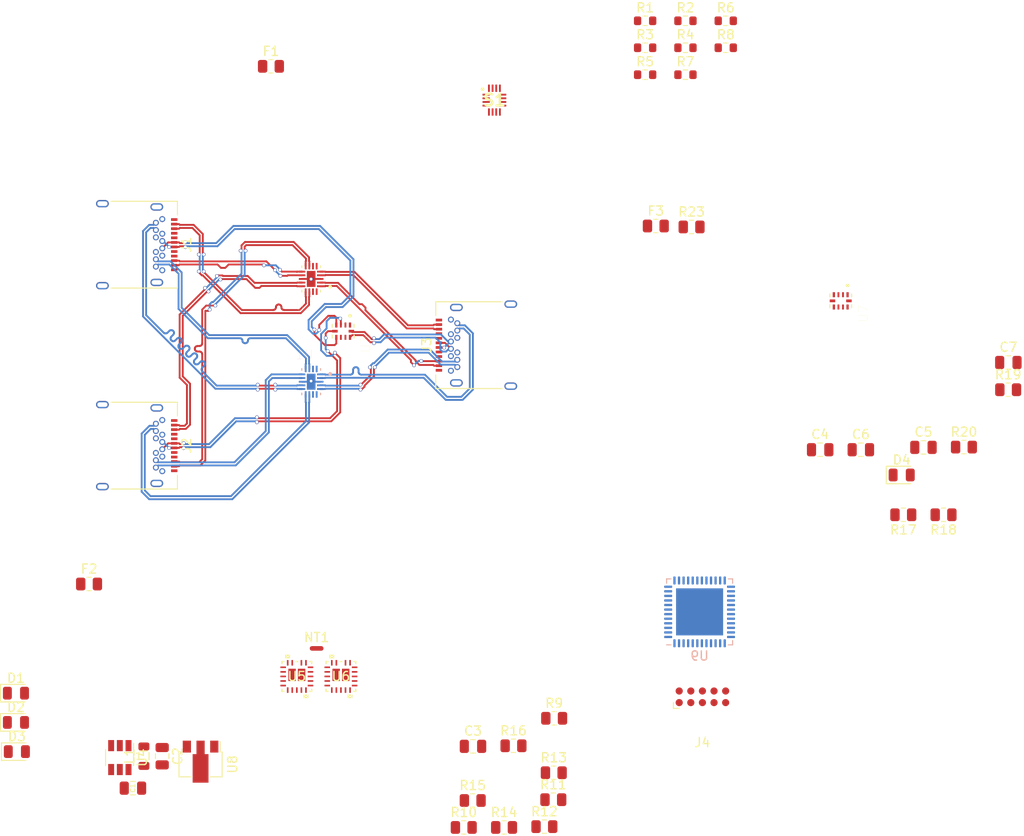
<source format=kicad_pcb>
(kicad_pcb (version 20171130) (host pcbnew 5.1.9-73d0e3b20d~88~ubuntu20.04.1)
  (layers (0 F.Cu signal) (1 In1.Cu power) (2 In2.Cu power) (31 B.Cu signal) (34 B.Paste user) (35 F.Paste user) (36 B.SilkS user) (37 F.SilkS user) (38 B.Mask user) (39 F.Mask user) (44 Edge.Cuts user))
  (net 0 "")
  (net 1 "Net-(C1-Pad1)")
  (net 2 "Net-(C1-Pad2)")
  (net 3 GND)
  (net 4 +5V)
  (net 5 +3V3)
  (net 6 "Net-(C4-Pad1)")
  (net 7 "Net-(D1-Pad1)")
  (net 8 "Net-(D1-Pad2)")
  (net 9 "Net-(D2-Pad2)")
  (net 10 "Net-(D3-Pad2)")
  (net 11 "Net-(D4-Pad2)")
  (net 12 "/Power Switching and Supplies/VBUS_1")
  (net 13 "/Power Switching and Supplies/VBUS_2")
  (net 14 "/Power Switching and Supplies/VBUS")
  (net 15 GNDS)
  (net 16 "/USB 2.0 and Misc Signal Switching/CC1_1")
  (net 17 "/USB 2.0 and Misc Signal Switching/SBU1_1")
  (net 18 "/USB 2.0 and Misc Signal Switching/CC2_1")
  (net 19 "/USB 2.0 and Misc Signal Switching/SBU2_1")
  (net 20 "/USB 2.0 and Misc Signal Switching/CC1_2")
  (net 21 "/USB 2.0 and Misc Signal Switching/SBU1_2")
  (net 22 "/USB 2.0 and Misc Signal Switching/CC2_2")
  (net 23 "/USB 2.0 and Misc Signal Switching/SBU2_2")
  (net 24 "/USB 3 Signal Switching/RX1_P")
  (net 25 "/USB 3 Signal Switching/RX1_N")
  (net 26 "/USB 2.0 and Misc Signal Switching/SBU2")
  (net 27 "/USB 2.0 and Misc Signal Switching/CC2")
  (net 28 "/USB 3 Signal Switching/TX2_N")
  (net 29 "/USB 3 Signal Switching/TX2_P")
  (net 30 "/USB 2.0 and Misc Signal Switching/D_P")
  (net 31 "/USB 2.0 and Misc Signal Switching/D_N")
  (net 32 "/USB 3 Signal Switching/RX2_P")
  (net 33 "/USB 2.0 and Misc Signal Switching/SBU1")
  (net 34 "/USB 3 Signal Switching/RX2_N")
  (net 35 "/USB 2.0 and Misc Signal Switching/CC1")
  (net 36 "/USB 3 Signal Switching/TX1_N")
  (net 37 "/USB 3 Signal Switching/TX1_P")
  (net 38 "Net-(J4-Pad2)")
  (net 39 "Net-(J4-Pad4)")
  (net 40 "Net-(J4-Pad10)")
  (net 41 "Net-(NT1-Pad1)")
  (net 42 +1V8)
  (net 43 "Net-(R9-Pad1)")
  (net 44 "Net-(R10-Pad1)")
  (net 45 /Control/VBUS_SNS_IN1)
  (net 46 /Control/VBUS_SNS_IN2)
  (net 47 /Control/VBUS_SNS_OUT)
  (net 48 "Net-(R20-Pad1)")
  (net 49 /Control/OE_CC_2)
  (net 50 /Control/OE_CC_1)
  (net 51 "/USB 3 Signal Switching/OE_N")
  (net 52 "/USB 3 Signal Switching/SEL")
  (net 53 "/USB 2.0 and Misc Signal Switching/SEL")
  (net 54 /Control/OE_N_USB2)
  (net 55 /Control/OE_PWR_1)
  (net 56 /Control/OE_PWR_2)
  (net 57 /Control/OE_N_SBU)
  (net 58 "/USB 3 Signal Switching/TX1_1_P")
  (net 59 "/USB 3 Signal Switching/TX1_1_N")
  (net 60 "/USB 3 Signal Switching/RX2_1_N")
  (net 61 "/USB 3 Signal Switching/RX2_1_P")
  (net 62 "/USB 3 Signal Switching/TX2_1_P")
  (net 63 "/USB 3 Signal Switching/TX2_1_N")
  (net 64 "/USB 3 Signal Switching/RX1_1_N")
  (net 65 "/USB 3 Signal Switching/RX1_1_P")
  (net 66 "/USB 3 Signal Switching/TX1_2_P")
  (net 67 "/USB 3 Signal Switching/TX1_2_N")
  (net 68 "/USB 3 Signal Switching/RX2_2_N")
  (net 69 "/USB 3 Signal Switching/RX2_2_P")
  (net 70 "/USB 3 Signal Switching/TX2_2_P")
  (net 71 "/USB 3 Signal Switching/TX2_2_N")
  (net 72 "/USB 3 Signal Switching/RX1_2_N")
  (net 73 "/USB 3 Signal Switching/RX1_2_P")
  (net 74 "/USB 2.0 and Misc Signal Switching/D_1_P")
  (net 75 "/USB 2.0 and Misc Signal Switching/D_1_N")
  (net 76 "/USB 2.0 and Misc Signal Switching/D_2_P")
  (net 77 "/USB 2.0 and Misc Signal Switching/D_2_N")
  (module custom:IC_TPD6E001RSER (layer F.Cu) (at 112.94 106.15 270)
    (fp_text reference U7 (at 1.415 -2.478 90) (layer F.SilkS) (effects (font (thickness 0.015))))
    (fp_text value NL3S588)
    (pad 9 smd rect (at 0.675 -0.75 270) (size 0.55 0.25) (layers F.Cu F.Paste F.Mask) (net 33 "/USB 2.0 and Misc Signal Switching/SBU1"))
    (pad 8 smd rect (at 0.675 -0.25 270) (size 0.55 0.2) (layers F.Cu F.Paste F.Mask) (net 57 /Control/OE_N_SBU))
    (pad 7 smd rect (at 0.675 0.25 270) (size 0.55 0.2) (layers F.Cu F.Paste F.Mask) (net 5 +3V3))
    (pad 6 smd rect (at 0.675 0.75 270) (size 0.55 0.25) (layers F.Cu F.Paste F.Mask) (net 17 "/USB 2.0 and Misc Signal Switching/SBU1_1"))
    (pad 4 smd rect (at -0.675 0.75 270) (size 0.55 0.25) (layers F.Cu F.Paste F.Mask) (net 19 "/USB 2.0 and Misc Signal Switching/SBU2_1"))
    (pad 3 smd rect (at -0.675 0.25 270) (size 0.55 0.2) (layers F.Cu F.Paste F.Mask) (net 23 "/USB 2.0 and Misc Signal Switching/SBU2_2"))
    (pad 2 smd rect (at -0.675 -0.25 270) (size 0.55 0.2) (layers F.Cu F.Paste F.Mask) (net 3 GND))
    (pad 1 smd rect (at -0.675 -0.75 270) (size 0.55 0.25) (layers F.Cu F.Paste F.Mask) (net 53 "/USB 2.0 and Misc Signal Switching/SEL"))
    (pad 10 smd rect (at 0 -0.9 270) (size 0.3 0.6) (layers F.Cu F.Paste F.Mask) (net 26 "/USB 2.0 and Misc Signal Switching/SBU2"))
    (pad 5 smd rect (at 0 0.9 270) (size 0.3 0.6) (layers F.Cu F.Paste F.Mask) (net 21 "/USB 2.0 and Misc Signal Switching/SBU1_2"))
  )
  (module Connector_USB:USB_C_Receptacle_Amphenol_12401548E4-2A (layer F.Cu) (at 35 100 270)
    (fp_text reference J1 (at 0 -6.36 90) (layer F.SilkS))
    (fp_text value USB_C_IN_1)
    (pad S1 thru_hole oval (at -4.13 -3.11 270) (size 0.8 1.4) (drill oval 0.5 1.1) (layers *.Cu *.Mask) (net 15 GNDS))
    (pad A1 smd rect (at -2.75 -5.02 270) (size 0.3 0.7) (layers F.Cu F.Paste F.Mask) (net 3 GND))
    (pad A2 smd rect (at -2.25 -5.02 270) (size 0.3 0.7) (layers F.Cu F.Paste F.Mask) (net 58 "/USB 3 Signal Switching/TX1_1_P"))
    (pad A3 smd rect (at -1.75 -5.02 270) (size 0.3 0.7) (layers F.Cu F.Paste F.Mask) (net 59 "/USB 3 Signal Switching/TX1_1_N"))
    (pad A4 smd rect (at -1.25 -5.02 270) (size 0.3 0.7) (layers F.Cu F.Paste F.Mask) (net 12 "/Power Switching and Supplies/VBUS_1"))
    (pad A5 smd rect (at -0.75 -5.02 270) (size 0.3 0.7) (layers F.Cu F.Paste F.Mask) (net 16 "/USB 2.0 and Misc Signal Switching/CC1_1"))
    (pad A6 smd rect (at -0.25 -5.02 270) (size 0.3 0.7) (layers F.Cu F.Paste F.Mask) (net 74 "/USB 2.0 and Misc Signal Switching/D_1_P"))
    (pad A7 smd rect (at 0.25 -5.02 270) (size 0.3 0.7) (layers F.Cu F.Paste F.Mask) (net 75 "/USB 2.0 and Misc Signal Switching/D_1_N"))
    (pad A12 smd rect (at 2.75 -5.02 270) (size 0.3 0.7) (layers F.Cu F.Paste F.Mask) (net 3 GND))
    (pad A10 smd rect (at 1.75 -5.02 270) (size 0.3 0.7) (layers F.Cu F.Paste F.Mask) (net 60 "/USB 3 Signal Switching/RX2_1_N"))
    (pad A9 smd rect (at 1.25 -5.02 270) (size 0.3 0.7) (layers F.Cu F.Paste F.Mask) (net 12 "/Power Switching and Supplies/VBUS_1"))
    (pad A8 smd rect (at 0.75 -5.02 270) (size 0.3 0.7) (layers F.Cu F.Paste F.Mask) (net 17 "/USB 2.0 and Misc Signal Switching/SBU1_1"))
    (pad A11 smd rect (at 2.25 -5.02 270) (size 0.3 0.7) (layers F.Cu F.Paste F.Mask) (net 61 "/USB 3 Signal Switching/RX2_1_P"))
    (pad S1 thru_hole oval (at 4.13 -3.11 270) (size 0.8 1.4) (drill oval 0.5 1.1) (layers *.Cu *.Mask) (net 15 GNDS))
    (pad S1 thru_hole oval (at 4.49 2.84 270) (size 0.8 1.4) (drill oval 0.5 1.1) (layers *.Cu *.Mask) (net 15 GNDS))
    (pad S1 thru_hole oval (at -4.49 2.84 270) (size 0.8 1.4) (drill oval 0.5 1.1) (layers *.Cu *.Mask) (net 15 GNDS))
    (pad "" np_thru_hole oval (at 3.6 -4.36 270) (size 0.95 0.65) (drill oval 0.95 0.65) (layers *.Cu *.Mask))
    (pad "" np_thru_hole circle (at -3.6 -4.36 270) (size 0.65 0.65) (drill 0.65) (layers *.Cu *.Mask))
    (pad B1 thru_hole circle (at 2.8 -3.71 270) (size 0.65 0.65) (drill 0.4) (layers *.Cu *.Mask) (net 3 GND))
    (pad B4 thru_hole circle (at 1.2 -3.71 270) (size 0.65 0.65) (drill 0.4) (layers *.Cu *.Mask) (net 12 "/Power Switching and Supplies/VBUS_1"))
    (pad B6 thru_hole circle (at 0.4 -3.71 270) (size 0.65 0.65) (drill 0.4) (layers *.Cu *.Mask) (net 74 "/USB 2.0 and Misc Signal Switching/D_1_P"))
    (pad B7 thru_hole circle (at -0.4 -3.71 270) (size 0.65 0.65) (drill 0.4) (layers *.Cu *.Mask) (net 75 "/USB 2.0 and Misc Signal Switching/D_1_N"))
    (pad B9 thru_hole circle (at -1.2 -3.71 270) (size 0.65 0.65) (drill 0.4) (layers *.Cu *.Mask) (net 12 "/Power Switching and Supplies/VBUS_1"))
    (pad B12 thru_hole circle (at -2.8 -3.71 270) (size 0.65 0.65) (drill 0.4) (layers *.Cu *.Mask) (net 3 GND))
    (pad B2 thru_hole circle (at 2.4 -3.01 270) (size 0.65 0.65) (drill 0.4) (layers *.Cu *.Mask) (net 62 "/USB 3 Signal Switching/TX2_1_P"))
    (pad B3 thru_hole circle (at 1.6 -3.01 270) (size 0.65 0.65) (drill 0.4) (layers *.Cu *.Mask) (net 63 "/USB 3 Signal Switching/TX2_1_N"))
    (pad B5 thru_hole circle (at 0.8 -3.01 270) (size 0.65 0.65) (drill 0.4) (layers *.Cu *.Mask) (net 18 "/USB 2.0 and Misc Signal Switching/CC2_1"))
    (pad B8 thru_hole circle (at -0.8 -3.01 270) (size 0.65 0.65) (drill 0.4) (layers *.Cu *.Mask) (net 19 "/USB 2.0 and Misc Signal Switching/SBU2_1"))
    (pad B10 thru_hole circle (at -1.6 -3.01 270) (size 0.65 0.65) (drill 0.4) (layers *.Cu *.Mask) (net 64 "/USB 3 Signal Switching/RX1_1_N"))
    (pad B11 thru_hole circle (at -2.4 -3.01 270) (size 0.65 0.65) (drill 0.4) (layers *.Cu *.Mask) (net 65 "/USB 3 Signal Switching/RX1_1_P"))
  )
  (module Connector_USB:USB_C_Receptacle_Amphenol_12401548E4-2A (layer F.Cu) (at 35 122 270)
    (fp_text reference J2 (at 0 -6.36 90) (layer F.SilkS))
    (fp_text value USB_C_IN_2)
    (pad S1 thru_hole oval (at -4.13 -3.11 270) (size 0.8 1.4) (drill oval 0.5 1.1) (layers *.Cu *.Mask) (net 15 GNDS))
    (pad A1 smd rect (at -2.75 -5.02 270) (size 0.3 0.7) (layers F.Cu F.Paste F.Mask) (net 3 GND))
    (pad A2 smd rect (at -2.25 -5.02 270) (size 0.3 0.7) (layers F.Cu F.Paste F.Mask) (net 66 "/USB 3 Signal Switching/TX1_2_P"))
    (pad A3 smd rect (at -1.75 -5.02 270) (size 0.3 0.7) (layers F.Cu F.Paste F.Mask) (net 67 "/USB 3 Signal Switching/TX1_2_N"))
    (pad A4 smd rect (at -1.25 -5.02 270) (size 0.3 0.7) (layers F.Cu F.Paste F.Mask) (net 13 "/Power Switching and Supplies/VBUS_2"))
    (pad A5 smd rect (at -0.75 -5.02 270) (size 0.3 0.7) (layers F.Cu F.Paste F.Mask) (net 20 "/USB 2.0 and Misc Signal Switching/CC1_2"))
    (pad A6 smd rect (at -0.25 -5.02 270) (size 0.3 0.7) (layers F.Cu F.Paste F.Mask) (net 76 "/USB 2.0 and Misc Signal Switching/D_2_P"))
    (pad A7 smd rect (at 0.25 -5.02 270) (size 0.3 0.7) (layers F.Cu F.Paste F.Mask) (net 77 "/USB 2.0 and Misc Signal Switching/D_2_N"))
    (pad A12 smd rect (at 2.75 -5.02 270) (size 0.3 0.7) (layers F.Cu F.Paste F.Mask) (net 3 GND))
    (pad A10 smd rect (at 1.75 -5.02 270) (size 0.3 0.7) (layers F.Cu F.Paste F.Mask) (net 68 "/USB 3 Signal Switching/RX2_2_N"))
    (pad A9 smd rect (at 1.25 -5.02 270) (size 0.3 0.7) (layers F.Cu F.Paste F.Mask) (net 13 "/Power Switching and Supplies/VBUS_2"))
    (pad A8 smd rect (at 0.75 -5.02 270) (size 0.3 0.7) (layers F.Cu F.Paste F.Mask) (net 21 "/USB 2.0 and Misc Signal Switching/SBU1_2"))
    (pad A11 smd rect (at 2.25 -5.02 270) (size 0.3 0.7) (layers F.Cu F.Paste F.Mask) (net 69 "/USB 3 Signal Switching/RX2_2_P"))
    (pad S1 thru_hole oval (at 4.13 -3.11 270) (size 0.8 1.4) (drill oval 0.5 1.1) (layers *.Cu *.Mask) (net 15 GNDS))
    (pad S1 thru_hole oval (at 4.49 2.84 270) (size 0.8 1.4) (drill oval 0.5 1.1) (layers *.Cu *.Mask) (net 15 GNDS))
    (pad S1 thru_hole oval (at -4.49 2.84 270) (size 0.8 1.4) (drill oval 0.5 1.1) (layers *.Cu *.Mask) (net 15 GNDS))
    (pad "" np_thru_hole oval (at 3.6 -4.36 270) (size 0.95 0.65) (drill oval 0.95 0.65) (layers *.Cu *.Mask))
    (pad "" np_thru_hole circle (at -3.6 -4.36 270) (size 0.65 0.65) (drill 0.65) (layers *.Cu *.Mask))
    (pad B1 thru_hole circle (at 2.8 -3.71 270) (size 0.65 0.65) (drill 0.4) (layers *.Cu *.Mask) (net 3 GND))
    (pad B4 thru_hole circle (at 1.2 -3.71 270) (size 0.65 0.65) (drill 0.4) (layers *.Cu *.Mask) (net 13 "/Power Switching and Supplies/VBUS_2"))
    (pad B6 thru_hole circle (at 0.4 -3.71 270) (size 0.65 0.65) (drill 0.4) (layers *.Cu *.Mask) (net 76 "/USB 2.0 and Misc Signal Switching/D_2_P"))
    (pad B7 thru_hole circle (at -0.4 -3.71 270) (size 0.65 0.65) (drill 0.4) (layers *.Cu *.Mask) (net 77 "/USB 2.0 and Misc Signal Switching/D_2_N"))
    (pad B9 thru_hole circle (at -1.2 -3.71 270) (size 0.65 0.65) (drill 0.4) (layers *.Cu *.Mask) (net 13 "/Power Switching and Supplies/VBUS_2"))
    (pad B12 thru_hole circle (at -2.8 -3.71 270) (size 0.65 0.65) (drill 0.4) (layers *.Cu *.Mask) (net 3 GND))
    (pad B2 thru_hole circle (at 2.4 -3.01 270) (size 0.65 0.65) (drill 0.4) (layers *.Cu *.Mask) (net 70 "/USB 3 Signal Switching/TX2_2_P"))
    (pad B3 thru_hole circle (at 1.6 -3.01 270) (size 0.65 0.65) (drill 0.4) (layers *.Cu *.Mask) (net 71 "/USB 3 Signal Switching/TX2_2_N"))
    (pad B5 thru_hole circle (at 0.8 -3.01 270) (size 0.65 0.65) (drill 0.4) (layers *.Cu *.Mask) (net 22 "/USB 2.0 and Misc Signal Switching/CC2_2"))
    (pad B8 thru_hole circle (at -0.8 -3.01 270) (size 0.65 0.65) (drill 0.4) (layers *.Cu *.Mask) (net 23 "/USB 2.0 and Misc Signal Switching/SBU2_2"))
    (pad B10 thru_hole circle (at -1.6 -3.01 270) (size 0.65 0.65) (drill 0.4) (layers *.Cu *.Mask) (net 72 "/USB 3 Signal Switching/RX1_2_N"))
    (pad B11 thru_hole circle (at -2.4 -3.01 270) (size 0.65 0.65) (drill 0.4) (layers *.Cu *.Mask) (net 73 "/USB 3 Signal Switching/RX1_2_P"))
  )
  (module Capacitor_SMD:C_0805_2012Metric (layer F.Cu) (at 35.5 159.5)
    (fp_text reference C1 (at 0 0 270) (layer F.SilkS) (effects (font (size 0.5 0.5) (thickness 0.1))))
    (fp_text value 100n hide)
    (pad 1 smd roundrect (at -0.95 0) (size 1 1.45) (layers F.Cu F.Paste F.Mask) (net 1 "Net-(C1-Pad1)"))
    (pad 2 smd roundrect (at 0.95 0) (size 1 1.45) (layers F.Cu F.Paste F.Mask) (net 2 "Net-(C1-Pad2)"))
  )
  (module Capacitor_SMD:C_0805_2012Metric (layer F.Cu) (at 38.7 156 270)
    (fp_text reference C2 (at 0 -1.68 90) (layer F.SilkS))
    (fp_text value 47u)
    (pad 2 smd roundrect (at 0.95 0 270) (size 1 1.45) (layers F.Cu F.Paste F.Mask) (net 3 GND))
    (pad 1 smd roundrect (at -0.95 0 270) (size 1 1.45) (layers F.Cu F.Paste F.Mask) (net 4 +5V))
  )
  (module Capacitor_SMD:C_0805_2012Metric (layer F.Cu) (at 72.707001 154.921001)
    (fp_text reference C3 (at 0 -1.68) (layer F.SilkS))
    (fp_text value 47u)
    (pad 1 smd roundrect (at -0.95 0) (size 1 1.45) (layers F.Cu F.Paste F.Mask) (net 5 +3V3))
    (pad 2 smd roundrect (at 0.95 0) (size 1 1.45) (layers F.Cu F.Paste F.Mask) (net 3 GND))
  )
  (module Capacitor_SMD:C_0805_2012Metric (layer F.Cu) (at 110.693001 122.449001)
    (fp_text reference C4 (at 0 -1.68) (layer F.SilkS))
    (fp_text value 1u)
    (pad 2 smd roundrect (at 0.95 0) (size 1 1.45) (layers F.Cu F.Paste F.Mask) (net 3 GND))
    (pad 1 smd roundrect (at -0.95 0) (size 1 1.45) (layers F.Cu F.Paste F.Mask) (net 6 "Net-(C4-Pad1)"))
  )
  (module Capacitor_SMD:C_0805_2012Metric (layer F.Cu) (at 121.993001 122.189001)
    (fp_text reference C5 (at 0 -1.68) (layer F.SilkS))
    (fp_text value 100n)
    (pad 1 smd roundrect (at -0.95 0) (size 1 1.45) (layers F.Cu F.Paste F.Mask) (net 6 "Net-(C4-Pad1)"))
    (pad 2 smd roundrect (at 0.95 0) (size 1 1.45) (layers F.Cu F.Paste F.Mask) (net 3 GND))
  )
  (module Capacitor_SMD:C_0805_2012Metric (layer F.Cu) (at 115.143001 122.449001)
    (fp_text reference C6 (at 0 -1.68) (layer F.SilkS))
    (fp_text value 100n)
    (pad 1 smd roundrect (at -0.95 0) (size 1 1.45) (layers F.Cu F.Paste F.Mask) (net 5 +3V3))
    (pad 2 smd roundrect (at 0.95 0) (size 1 1.45) (layers F.Cu F.Paste F.Mask) (net 3 GND))
  )
  (module Capacitor_SMD:C_0805_2012Metric (layer F.Cu) (at 131.283001 112.899001)
    (fp_text reference C7 (at 0 -1.68) (layer F.SilkS))
    (fp_text value 1u)
    (pad 2 smd roundrect (at 0.95 0) (size 1 1.45) (layers F.Cu F.Paste F.Mask) (net 3 GND))
    (pad 1 smd roundrect (at -0.95 0) (size 1 1.45) (layers F.Cu F.Paste F.Mask) (net 5 +3V3))
  )
  (module Diode_SMD:D_0805_2012Metric (layer F.Cu) (at 22.7 149.1)
    (fp_text reference D1 (at 0 -1.65) (layer F.SilkS))
    (fp_text value D_Small hide)
    (pad 1 smd roundrect (at -0.9375 0) (size 0.975 1.4) (layers F.Cu F.Paste F.Mask) (net 7 "Net-(D1-Pad1)"))
    (pad 2 smd roundrect (at 0.9375 0) (size 0.975 1.4) (layers F.Cu F.Paste F.Mask) (net 8 "Net-(D1-Pad2)"))
  )
  (module Diode_SMD:D_0805_2012Metric (layer F.Cu) (at 22.7 152.3)
    (fp_text reference D2 (at 0 -1.65) (layer F.SilkS))
    (fp_text value D_Small hide)
    (pad 2 smd roundrect (at 0.9375 0) (size 0.975 1.4) (layers F.Cu F.Paste F.Mask) (net 9 "Net-(D2-Pad2)"))
    (pad 1 smd roundrect (at -0.9375 0) (size 0.975 1.4) (layers F.Cu F.Paste F.Mask) (net 7 "Net-(D1-Pad1)"))
  )
  (module Diode_SMD:D_0805_2012Metric (layer F.Cu) (at 22.8 155.5)
    (fp_text reference D3 (at 0 -1.65) (layer F.SilkS))
    (fp_text value D_Small)
    (pad 1 smd roundrect (at -0.9375 0) (size 0.975 1.4) (layers F.Cu F.Paste F.Mask) (net 7 "Net-(D1-Pad1)"))
    (pad 2 smd roundrect (at 0.9375 0) (size 0.975 1.4) (layers F.Cu F.Paste F.Mask) (net 10 "Net-(D3-Pad2)"))
  )
  (module LED_SMD:LED_0805_2012Metric (layer F.Cu) (at 119.613001 125.214001)
    (fp_text reference D4 (at 0 -1.65) (layer F.SilkS))
    (fp_text value LED_Small)
    (pad 1 smd roundrect (at -0.9375 0) (size 0.975 1.4) (layers F.Cu F.Paste F.Mask) (net 3 GND))
    (pad 2 smd roundrect (at 0.9375 0) (size 0.975 1.4) (layers F.Cu F.Paste F.Mask) (net 11 "Net-(D4-Pad2)"))
  )
  (module Resistor_SMD:R_0805_2012Metric (layer F.Cu) (at 50.6 80.475)
    (fp_text reference F1 (at 0 -1.65) (layer F.SilkS))
    (fp_text value 3A)
    (pad 1 smd roundrect (at -0.9125 0) (size 1.025 1.4) (layers F.Cu F.Paste F.Mask) (roundrect_rratio 0.243902) (net 12 "/Power Switching and Supplies/VBUS_1"))
    (pad 2 smd roundrect (at 0.9125 0) (size 1.025 1.4) (layers F.Cu F.Paste F.Mask) (roundrect_rratio 0.243902) (net 8 "Net-(D1-Pad2)"))
  )
  (module Resistor_SMD:R_0805_2012Metric (layer F.Cu) (at 30.7 137.15)
    (fp_text reference F2 (at 0 -1.65) (layer F.SilkS))
    (fp_text value 3A)
    (pad 2 smd roundrect (at 0.9125 0) (size 1.025 1.4) (layers F.Cu F.Paste F.Mask) (roundrect_rratio 0.243902) (net 9 "Net-(D2-Pad2)"))
    (pad 1 smd roundrect (at -0.9125 0) (size 1.025 1.4) (layers F.Cu F.Paste F.Mask) (roundrect_rratio 0.243902) (net 13 "/Power Switching and Supplies/VBUS_2"))
  )
  (module Resistor_SMD:R_0805_2012Metric (layer F.Cu) (at 92.71 97.955)
    (fp_text reference F3 (at 0 -1.65) (layer F.SilkS))
    (fp_text value 3A)
    (pad 1 smd roundrect (at -0.9125 0) (size 1.025 1.4) (layers F.Cu F.Paste F.Mask) (roundrect_rratio 0.243902) (net 10 "Net-(D3-Pad2)"))
    (pad 2 smd roundrect (at 0.9125 0) (size 1.025 1.4) (layers F.Cu F.Paste F.Mask) (roundrect_rratio 0.243902) (net 14 "/Power Switching and Supplies/VBUS"))
  )
  (module Connector_USB:USB_C_Receptacle_Amphenol_12401548E4-2A (layer F.Cu) (at 74 111 90)
    (fp_text reference J3 (at 0 -6.36 90) (layer F.SilkS))
    (fp_text value USB_C_OUT)
    (pad B11 thru_hole circle (at -2.4 -3.01 90) (size 0.65 0.65) (drill 0.4) (layers *.Cu *.Mask) (net 24 "/USB 3 Signal Switching/RX1_P"))
    (pad B10 thru_hole circle (at -1.6 -3.01 90) (size 0.65 0.65) (drill 0.4) (layers *.Cu *.Mask) (net 25 "/USB 3 Signal Switching/RX1_N"))
    (pad B8 thru_hole circle (at -0.8 -3.01 90) (size 0.65 0.65) (drill 0.4) (layers *.Cu *.Mask) (net 26 "/USB 2.0 and Misc Signal Switching/SBU2"))
    (pad B5 thru_hole circle (at 0.8 -3.01 90) (size 0.65 0.65) (drill 0.4) (layers *.Cu *.Mask) (net 27 "/USB 2.0 and Misc Signal Switching/CC2"))
    (pad B3 thru_hole circle (at 1.6 -3.01 90) (size 0.65 0.65) (drill 0.4) (layers *.Cu *.Mask) (net 28 "/USB 3 Signal Switching/TX2_N"))
    (pad B2 thru_hole circle (at 2.4 -3.01 90) (size 0.65 0.65) (drill 0.4) (layers *.Cu *.Mask) (net 29 "/USB 3 Signal Switching/TX2_P"))
    (pad B12 thru_hole circle (at -2.8 -3.71 90) (size 0.65 0.65) (drill 0.4) (layers *.Cu *.Mask) (net 3 GND))
    (pad B9 thru_hole circle (at -1.2 -3.71 90) (size 0.65 0.65) (drill 0.4) (layers *.Cu *.Mask) (net 14 "/Power Switching and Supplies/VBUS"))
    (pad B7 thru_hole circle (at -0.4 -3.71 90) (size 0.65 0.65) (drill 0.4) (layers *.Cu *.Mask) (net 30 "/USB 2.0 and Misc Signal Switching/D_P"))
    (pad B6 thru_hole circle (at 0.4 -3.71 90) (size 0.65 0.65) (drill 0.4) (layers *.Cu *.Mask) (net 31 "/USB 2.0 and Misc Signal Switching/D_N"))
    (pad B4 thru_hole circle (at 1.2 -3.71 90) (size 0.65 0.65) (drill 0.4) (layers *.Cu *.Mask) (net 14 "/Power Switching and Supplies/VBUS"))
    (pad B1 thru_hole circle (at 2.8 -3.71 90) (size 0.65 0.65) (drill 0.4) (layers *.Cu *.Mask) (net 3 GND))
    (pad "" np_thru_hole circle (at -3.6 -4.36 90) (size 0.65 0.65) (drill 0.65) (layers *.Cu *.Mask))
    (pad "" np_thru_hole oval (at 3.6 -4.36 90) (size 0.95 0.65) (drill oval 0.95 0.65) (layers *.Cu *.Mask))
    (pad S1 thru_hole oval (at -4.49 2.84 90) (size 0.8 1.4) (drill oval 0.5 1.1) (layers *.Cu *.Mask) (net 15 GNDS))
    (pad S1 thru_hole oval (at 4.49 2.84 90) (size 0.8 1.4) (drill oval 0.5 1.1) (layers *.Cu *.Mask) (net 15 GNDS))
    (pad S1 thru_hole oval (at 4.13 -3.11 90) (size 0.8 1.4) (drill oval 0.5 1.1) (layers *.Cu *.Mask) (net 15 GNDS))
    (pad A11 smd rect (at 2.25 -5.02 90) (size 0.3 0.7) (layers F.Cu F.Paste F.Mask) (net 32 "/USB 3 Signal Switching/RX2_P"))
    (pad A8 smd rect (at 0.75 -5.02 90) (size 0.3 0.7) (layers F.Cu F.Paste F.Mask) (net 33 "/USB 2.0 and Misc Signal Switching/SBU1"))
    (pad A9 smd rect (at 1.25 -5.02 90) (size 0.3 0.7) (layers F.Cu F.Paste F.Mask) (net 14 "/Power Switching and Supplies/VBUS"))
    (pad A10 smd rect (at 1.75 -5.02 90) (size 0.3 0.7) (layers F.Cu F.Paste F.Mask) (net 34 "/USB 3 Signal Switching/RX2_N"))
    (pad A12 smd rect (at 2.75 -5.02 90) (size 0.3 0.7) (layers F.Cu F.Paste F.Mask) (net 3 GND))
    (pad A7 smd rect (at 0.25 -5.02 90) (size 0.3 0.7) (layers F.Cu F.Paste F.Mask) (net 30 "/USB 2.0 and Misc Signal Switching/D_P"))
    (pad A6 smd rect (at -0.25 -5.02 90) (size 0.3 0.7) (layers F.Cu F.Paste F.Mask) (net 31 "/USB 2.0 and Misc Signal Switching/D_N"))
    (pad A5 smd rect (at -0.75 -5.02 90) (size 0.3 0.7) (layers F.Cu F.Paste F.Mask) (net 35 "/USB 2.0 and Misc Signal Switching/CC1"))
    (pad A4 smd rect (at -1.25 -5.02 90) (size 0.3 0.7) (layers F.Cu F.Paste F.Mask) (net 14 "/Power Switching and Supplies/VBUS"))
    (pad A3 smd rect (at -1.75 -5.02 90) (size 0.3 0.7) (layers F.Cu F.Paste F.Mask) (net 36 "/USB 3 Signal Switching/TX1_N"))
    (pad A2 smd rect (at -2.25 -5.02 90) (size 0.3 0.7) (layers F.Cu F.Paste F.Mask) (net 37 "/USB 3 Signal Switching/TX1_P"))
    (pad A1 smd rect (at -2.75 -5.02 90) (size 0.3 0.7) (layers F.Cu F.Paste F.Mask) (net 3 GND))
    (pad S1 thru_hole oval (at -4.13 -3.11 90) (size 0.8 1.4) (drill oval 0.5 1.1) (layers *.Cu *.Mask) (net 15 GNDS))
  )
  (module Connector:Tag-Connect_TC2050-IDC-FP_2x05_P1.27mm_Vertical (layer F.Cu) (at 97.81 149.498)
    (fp_text reference J4 (at 0 5) (layer F.SilkS))
    (fp_text value Conn_02x05_Odd_Even)
    (pad "" np_thru_hole circle (at 3.81 -1.016) (size 0.9906 0.9906) (drill 0.9906) (layers *.Cu *.Mask))
    (pad "" np_thru_hole circle (at 3.81 1.016) (size 0.9906 0.9906) (drill 0.9906) (layers *.Cu *.Mask))
    (pad "" np_thru_hole circle (at -3.81 0) (size 0.9906 0.9906) (drill 0.9906) (layers *.Cu *.Mask))
    (pad 1 connect circle (at -2.54 0.635) (size 0.7874 0.7874) (layers F.Cu F.Mask) (net 5 +3V3))
    (pad 2 connect circle (at -1.27 0.635) (size 0.7874 0.7874) (layers F.Cu F.Mask) (net 38 "Net-(J4-Pad2)"))
    (pad 3 connect circle (at 0 0.635) (size 0.7874 0.7874) (layers F.Cu F.Mask) (net 3 GND))
    (pad 4 connect circle (at 1.27 0.635) (size 0.7874 0.7874) (layers F.Cu F.Mask) (net 39 "Net-(J4-Pad4)"))
    (pad 5 connect circle (at 2.54 0.635) (size 0.7874 0.7874) (layers F.Cu F.Mask) (net 3 GND))
    (pad 6 connect circle (at 2.54 -0.635) (size 0.7874 0.7874) (layers F.Cu F.Mask))
    (pad 7 connect circle (at 1.27 -0.635) (size 0.7874 0.7874) (layers F.Cu F.Mask) (net 3 GND))
    (pad 8 connect circle (at 0 -0.635) (size 0.7874 0.7874) (layers F.Cu F.Mask))
    (pad 9 connect circle (at -1.27 -0.635) (size 0.7874 0.7874) (layers F.Cu F.Mask) (net 3 GND))
    (pad 10 connect circle (at -2.54 -0.635) (size 0.7874 0.7874) (layers F.Cu F.Mask) (net 40 "Net-(J4-Pad10)"))
    (pad "" np_thru_hole circle (at -3.81 -2.54) (size 2.3749 2.3749) (drill 2.3749) (layers *.Cu *.Mask))
    (pad "" np_thru_hole circle (at -3.81 2.54) (size 2.3749 2.3749) (drill 2.3749) (layers *.Cu *.Mask))
    (pad "" np_thru_hole circle (at 1.905 2.54) (size 2.3749 2.3749) (drill 2.3749) (layers *.Cu *.Mask))
    (pad "" np_thru_hole circle (at 1.905 -2.54) (size 2.3749 2.3749) (drill 2.3749) (layers *.Cu *.Mask))
  )
  (module Inductor_SMD:L_0805_2012Metric (layer F.Cu) (at 36.7 156 90)
    (fp_text reference L1 (at 0 -1.55 90) (layer F.SilkS))
    (fp_text value 4.7uH hide)
    (pad 1 smd roundrect (at -1.0625 0 90) (size 0.875 1.2) (layers F.Cu F.Paste F.Mask) (net 1 "Net-(C1-Pad1)"))
    (pad 2 smd roundrect (at 1.0625 0 90) (size 0.875 1.2) (layers F.Cu F.Paste F.Mask) (net 4 +5V))
  )
  (module NetTie:NetTie-2_SMD_Pad0.5mm (layer F.Cu) (at 55.6 144.2)
    (fp_text reference NT1 (at 0 -1.2) (layer F.SilkS))
    (fp_text value pwr_erc_ignore)
    (fp_poly (pts (xy -0.5 -0.25) (xy 0.5 -0.25) (xy 0.5 0.25) (xy -0.5 0.25)) (layer F.Cu) (width 0))
    (pad 1 smd circle (at -0.5 0) (size 0.5 0.5) (layers F.Cu) (net 41 "Net-(NT1-Pad1)"))
    (pad 2 smd circle (at 0.5 0) (size 0.5 0.5) (layers F.Cu) (net 10 "Net-(D3-Pad2)"))
  )
  (module Resistor_SMD:R_0805_2012Metric (layer F.Cu) (at 81.587001 151.851001)
    (fp_text reference R9 (at 0 -1.65) (layer F.SilkS))
    (fp_text value 470)
    (pad 2 smd roundrect (at 0.9125 0) (size 1.025 1.4) (layers F.Cu F.Paste F.Mask) (roundrect_rratio 0.243902) (net 3 GND))
    (pad 1 smd roundrect (at -0.9125 0) (size 1.025 1.4) (layers F.Cu F.Paste F.Mask) (roundrect_rratio 0.243902) (net 43 "Net-(R9-Pad1)"))
  )
  (module Resistor_SMD:R_0805_2012Metric (layer F.Cu) (at 71.697001 163.801001)
    (fp_text reference R10 (at 0 -1.65) (layer F.SilkS))
    (fp_text value 470)
    (pad 2 smd roundrect (at 0.9125 0) (size 1.025 1.4) (layers F.Cu F.Paste F.Mask) (roundrect_rratio 0.243902) (net 3 GND))
    (pad 1 smd roundrect (at -0.9125 0) (size 1.025 1.4) (layers F.Cu F.Paste F.Mask) (roundrect_rratio 0.243902) (net 44 "Net-(R10-Pad1)"))
  )
  (module Resistor_SMD:R_0805_2012Metric (layer F.Cu) (at 81.497001 160.761001)
    (fp_text reference R11 (at 0 -1.65) (layer F.SilkS))
    (fp_text value 200)
    (pad 2 smd roundrect (at 0.9125 0) (size 1.025 1.4) (layers F.Cu F.Paste F.Mask) (roundrect_rratio 0.243902) (net 5 +3V3))
    (pad 1 smd roundrect (at -0.9125 0) (size 1.025 1.4) (layers F.Cu F.Paste F.Mask) (roundrect_rratio 0.243902) (net 42 +1V8))
  )
  (module Resistor_SMD:R_0805_2012Metric (layer F.Cu) (at 80.517001 163.711001)
    (fp_text reference R12 (at 0 -1.65) (layer F.SilkS))
    (fp_text value 200)
    (pad 1 smd roundrect (at -0.9125 0) (size 1.025 1.4) (layers F.Cu F.Paste F.Mask) (roundrect_rratio 0.243902) (net 3 GND))
    (pad 2 smd roundrect (at 0.9125 0) (size 1.025 1.4) (layers F.Cu F.Paste F.Mask) (roundrect_rratio 0.243902) (net 42 +1V8))
  )
  (module Resistor_SMD:R_0805_2012Metric (layer F.Cu) (at 81.547001 157.811001)
    (fp_text reference R13 (at 0 -1.65) (layer F.SilkS))
    (fp_text value 9k)
    (pad 1 smd roundrect (at -0.9125 0) (size 1.025 1.4) (layers F.Cu F.Paste F.Mask) (roundrect_rratio 0.243902) (net 45 /Control/VBUS_SNS_IN1))
    (pad 2 smd roundrect (at 0.9125 0) (size 1.025 1.4) (layers F.Cu F.Paste F.Mask) (roundrect_rratio 0.243902) (net 8 "Net-(D1-Pad2)"))
  )
  (module Resistor_SMD:R_0805_2012Metric (layer F.Cu) (at 76.107001 163.801001)
    (fp_text reference R14 (at 0 -1.65) (layer F.SilkS))
    (fp_text value 1k)
    (pad 2 smd roundrect (at 0.9125 0) (size 1.025 1.4) (layers F.Cu F.Paste F.Mask) (roundrect_rratio 0.243902) (net 45 /Control/VBUS_SNS_IN1))
    (pad 1 smd roundrect (at -0.9125 0) (size 1.025 1.4) (layers F.Cu F.Paste F.Mask) (roundrect_rratio 0.243902) (net 3 GND))
  )
  (module Resistor_SMD:R_0805_2012Metric (layer F.Cu) (at 72.677001 160.851001)
    (fp_text reference R15 (at 0 -1.65) (layer F.SilkS))
    (fp_text value 9k)
    (pad 2 smd roundrect (at 0.9125 0) (size 1.025 1.4) (layers F.Cu F.Paste F.Mask) (roundrect_rratio 0.243902) (net 9 "Net-(D2-Pad2)"))
    (pad 1 smd roundrect (at -0.9125 0) (size 1.025 1.4) (layers F.Cu F.Paste F.Mask) (roundrect_rratio 0.243902) (net 46 /Control/VBUS_SNS_IN2))
  )
  (module Resistor_SMD:R_0805_2012Metric (layer F.Cu) (at 77.137001 154.861001)
    (fp_text reference R16 (at 0 -1.65) (layer F.SilkS))
    (fp_text value 1k)
    (pad 1 smd roundrect (at -0.9125 0) (size 1.025 1.4) (layers F.Cu F.Paste F.Mask) (roundrect_rratio 0.243902) (net 3 GND))
    (pad 2 smd roundrect (at 0.9125 0) (size 1.025 1.4) (layers F.Cu F.Paste F.Mask) (roundrect_rratio 0.243902) (net 46 /Control/VBUS_SNS_IN2))
  )
  (module Resistor_SMD:R_0805_2012Metric (layer F.Cu) (at 119.79 129.57 180)
    (fp_text reference R17 (at 0 -1.65) (layer F.SilkS))
    (fp_text value 9k)
    (pad 2 smd roundrect (at 0.9125 0 180) (size 1.025 1.4) (layers F.Cu F.Paste F.Mask) (roundrect_rratio 0.243902) (net 10 "Net-(D3-Pad2)"))
    (pad 1 smd roundrect (at -0.9125 0 180) (size 1.025 1.4) (layers F.Cu F.Paste F.Mask) (roundrect_rratio 0.243902) (net 47 /Control/VBUS_SNS_OUT))
  )
  (module Resistor_SMD:R_0805_2012Metric (layer F.Cu) (at 124.19 129.57 180)
    (fp_text reference R18 (at 0 -1.65) (layer F.SilkS))
    (fp_text value 1k)
    (pad 1 smd roundrect (at -0.9125 0 180) (size 1.025 1.4) (layers F.Cu F.Paste F.Mask) (roundrect_rratio 0.243902) (net 3 GND))
    (pad 2 smd roundrect (at 0.9125 0 180) (size 1.025 1.4) (layers F.Cu F.Paste F.Mask) (roundrect_rratio 0.243902) (net 47 /Control/VBUS_SNS_OUT))
  )
  (module Resistor_SMD:R_0805_2012Metric (layer F.Cu) (at 131.263001 115.879001)
    (fp_text reference R19 (at 0 -1.65) (layer F.SilkS))
    (fp_text value 1k)
    (pad 2 smd roundrect (at 0.9125 0) (size 1.025 1.4) (layers F.Cu F.Paste F.Mask) (roundrect_rratio 0.243902) (net 5 +3V3))
    (pad 1 smd roundrect (at -0.9125 0) (size 1.025 1.4) (layers F.Cu F.Paste F.Mask) (roundrect_rratio 0.243902) (net 38 "Net-(J4-Pad2)"))
  )
  (module Resistor_SMD:R_0805_2012Metric (layer F.Cu) (at 126.423001 122.159001)
    (fp_text reference R20 (at 0 -1.65) (layer F.SilkS))
    (fp_text value 220)
    (pad 1 smd roundrect (at -0.9125 0) (size 1.025 1.4) (layers F.Cu F.Paste F.Mask) (roundrect_rratio 0.243902) (net 48 "Net-(R20-Pad1)"))
    (pad 2 smd roundrect (at 0.9125 0) (size 1.025 1.4) (layers F.Cu F.Paste F.Mask) (roundrect_rratio 0.243902) (net 11 "Net-(D4-Pad2)"))
  )
  (module Resistor_SMD:R_0805_2012Metric (layer F.Cu) (at 96.6235 98.059)
    (fp_text reference R23 (at 0 -1.65) (layer F.SilkS))
    (fp_text value 30)
    (pad 1 smd roundrect (at -0.9125 0) (size 1.025 1.4) (layers F.Cu F.Paste F.Mask) (roundrect_rratio 0.243902) (net 3 GND))
    (pad 2 smd roundrect (at 0.9125 0) (size 1.025 1.4) (layers F.Cu F.Paste F.Mask) (roundrect_rratio 0.243902) (net 15 GNDS))
  )
  (module custom:QFN40P180X260X60-16N-D (layer F.Cu) (at 75.05 84.175)
    (fp_text reference S1 (at 0 0) (layer F.SilkS) (effects (font (size 1.27 1.27) (thickness 0.254))))
    (fp_text value DG2788ADN-T1-GE4 hide)
    (pad 16 smd rect (at -0.6 -1.3) (size 0.2 0.8) (layers F.Cu F.Paste F.Mask) (net 49 /Control/OE_CC_2))
    (pad 15 smd rect (at -0.2 -1.3) (size 0.2 0.8) (layers F.Cu F.Paste F.Mask) (net 20 "/USB 2.0 and Misc Signal Switching/CC1_2"))
    (pad 14 smd rect (at 0.2 -1.3) (size 0.2 0.8) (layers F.Cu F.Paste F.Mask) (net 35 "/USB 2.0 and Misc Signal Switching/CC1"))
    (pad 13 smd rect (at 0.6 -1.3) (size 0.2 0.8) (layers F.Cu F.Paste F.Mask))
    (pad 12 smd rect (at 0.9 -0.6 90) (size 0.2 0.8) (layers F.Cu F.Paste F.Mask) (net 50 /Control/OE_CC_1))
    (pad 11 smd rect (at 0.9 -0.2 90) (size 0.2 0.8) (layers F.Cu F.Paste F.Mask) (net 16 "/USB 2.0 and Misc Signal Switching/CC1_1"))
    (pad 10 smd rect (at 0.9 0.2 90) (size 0.2 0.8) (layers F.Cu F.Paste F.Mask) (net 4 +5V))
    (pad 9 smd rect (at 0.9 0.6 90) (size 0.2 0.8) (layers F.Cu F.Paste F.Mask))
    (pad 8 smd rect (at 0.6 1.3) (size 0.2 0.8) (layers F.Cu F.Paste F.Mask) (net 49 /Control/OE_CC_2))
    (pad 7 smd rect (at 0.2 1.3) (size 0.2 0.8) (layers F.Cu F.Paste F.Mask) (net 22 "/USB 2.0 and Misc Signal Switching/CC2_2"))
    (pad 6 smd rect (at -0.2 1.3) (size 0.2 0.8) (layers F.Cu F.Paste F.Mask) (net 27 "/USB 2.0 and Misc Signal Switching/CC2"))
    (pad 5 smd rect (at -0.6 1.3) (size 0.2 0.8) (layers F.Cu F.Paste F.Mask))
    (pad 4 smd rect (at -0.9 0.6 90) (size 0.2 0.8) (layers F.Cu F.Paste F.Mask) (net 50 /Control/OE_CC_1))
    (pad 3 smd rect (at -0.9 0.2 90) (size 0.2 0.8) (layers F.Cu F.Paste F.Mask) (net 18 "/USB 2.0 and Misc Signal Switching/CC2_1"))
    (pad 2 smd rect (at -0.9 -0.2 90) (size 0.2 0.8) (layers F.Cu F.Paste F.Mask) (net 3 GND))
    (pad 1 smd rect (at -0.9 -0.6 90) (size 0.2 0.8) (layers F.Cu F.Paste F.Mask))
  )
  (module custom:QFN40P200X280X40-19N (layer B.Cu) (at 55 115 180)
    (fp_text reference U1 (at 0.745 2.955) (layer B.SilkS) (effects (font (thickness 0.015)) (justify mirror)))
    (fp_text value FUSB340TMX)
    (pad 19 smd rect (at 0 0 180) (size 0.95 1.75) (layers B.Cu B.Mask) (net 3 GND))
    (pad 18 smd rect (at -0.6 1.395 180) (size 0.2 0.71) (layers B.Cu B.Paste B.Mask) (net 3 GND))
    (pad 17 smd rect (at -0.2 1.395 180) (size 0.2 0.71) (layers B.Cu B.Paste B.Mask) (net 5 +3V3))
    (pad 16 smd rect (at 0.2 1.395 180) (size 0.2 0.71) (layers B.Cu B.Paste B.Mask) (net 63 "/USB 3 Signal Switching/TX2_1_N"))
    (pad 15 smd rect (at 0.6 1.395 180) (size 0.2 0.71) (layers B.Cu B.Paste B.Mask) (net 62 "/USB 3 Signal Switching/TX2_1_P"))
    (pad 14 smd rect (at 0.995 0.8 180) (size 0.71 0.2) (layers B.Cu B.Paste B.Mask) (net 71 "/USB 3 Signal Switching/TX2_2_N"))
    (pad 13 smd rect (at 0.995 0.4 180) (size 0.71 0.2) (layers B.Cu B.Paste B.Mask) (net 70 "/USB 3 Signal Switching/TX2_2_P"))
    (pad 12 smd rect (at 0.995 0 180) (size 0.71 0.2) (layers B.Cu B.Paste B.Mask) (net 3 GND))
    (pad 11 smd rect (at 0.995 -0.4 180) (size 0.71 0.2) (layers B.Cu B.Paste B.Mask) (net 64 "/USB 3 Signal Switching/RX1_1_N"))
    (pad 10 smd rect (at 0.995 -0.8 180) (size 0.71 0.2) (layers B.Cu B.Paste B.Mask) (net 65 "/USB 3 Signal Switching/RX1_1_P"))
    (pad 9 smd rect (at 0.6 -1.395 180) (size 0.2 0.71) (layers B.Cu B.Paste B.Mask) (net 72 "/USB 3 Signal Switching/RX1_2_N"))
    (pad 8 smd rect (at 0.2 -1.395 180) (size 0.2 0.71) (layers B.Cu B.Paste B.Mask) (net 73 "/USB 3 Signal Switching/RX1_2_P"))
    (pad 7 smd rect (at -0.2 -1.395 180) (size 0.2 0.71) (layers B.Cu B.Paste B.Mask) (net 51 "/USB 3 Signal Switching/OE_N"))
    (pad 6 smd rect (at -0.6 -1.395 180) (size 0.2 0.71) (layers B.Cu B.Paste B.Mask) (net 52 "/USB 3 Signal Switching/SEL"))
    (pad 5 smd rect (at -0.995 -0.8 180) (size 0.71 0.2) (layers B.Cu B.Paste B.Mask) (net 24 "/USB 3 Signal Switching/RX1_P"))
    (pad 4 smd rect (at -0.995 -0.4 180) (size 0.71 0.2) (layers B.Cu B.Paste B.Mask) (net 25 "/USB 3 Signal Switching/RX1_N"))
    (pad 3 smd rect (at -0.995 0 180) (size 0.71 0.2) (layers B.Cu B.Paste B.Mask) (net 3 GND))
    (pad 2 smd rect (at -0.995 0.4 180) (size 0.71 0.2) (layers B.Cu B.Paste B.Mask) (net 29 "/USB 3 Signal Switching/TX2_P"))
    (pad 1 smd rect (at -0.995 0.8 180) (size 0.71 0.2) (layers B.Cu B.Paste B.Mask) (net 28 "/USB 3 Signal Switching/TX2_N"))
  )
  (module custom:QFN40P200X280X40-19N (layer F.Cu) (at 55 103.75 180)
    (fp_text reference U2 (at 0.745 -2.955) (layer F.SilkS) (effects (font (thickness 0.015))))
    (fp_text value FUSB340TMX)
    (pad 1 smd rect (at -0.995 -0.8 180) (size 0.71 0.2) (layers F.Cu F.Paste F.Mask) (net 36 "/USB 3 Signal Switching/TX1_N"))
    (pad 2 smd rect (at -0.995 -0.4 180) (size 0.71 0.2) (layers F.Cu F.Paste F.Mask) (net 37 "/USB 3 Signal Switching/TX1_P"))
    (pad 3 smd rect (at -0.995 0 180) (size 0.71 0.2) (layers F.Cu F.Paste F.Mask) (net 3 GND))
    (pad 4 smd rect (at -0.995 0.4 180) (size 0.71 0.2) (layers F.Cu F.Paste F.Mask) (net 34 "/USB 3 Signal Switching/RX2_N"))
    (pad 5 smd rect (at -0.995 0.8 180) (size 0.71 0.2) (layers F.Cu F.Paste F.Mask) (net 32 "/USB 3 Signal Switching/RX2_P"))
    (pad 6 smd rect (at -0.6 1.395 180) (size 0.2 0.71) (layers F.Cu F.Paste F.Mask) (net 52 "/USB 3 Signal Switching/SEL"))
    (pad 7 smd rect (at -0.2 1.395 180) (size 0.2 0.71) (layers F.Cu F.Paste F.Mask) (net 51 "/USB 3 Signal Switching/OE_N"))
    (pad 8 smd rect (at 0.2 1.395 180) (size 0.2 0.71) (layers F.Cu F.Paste F.Mask) (net 69 "/USB 3 Signal Switching/RX2_2_P"))
    (pad 9 smd rect (at 0.6 1.395 180) (size 0.2 0.71) (layers F.Cu F.Paste F.Mask) (net 68 "/USB 3 Signal Switching/RX2_2_N"))
    (pad 10 smd rect (at 0.995 0.8 180) (size 0.71 0.2) (layers F.Cu F.Paste F.Mask) (net 61 "/USB 3 Signal Switching/RX2_1_P"))
    (pad 11 smd rect (at 0.995 0.4 180) (size 0.71 0.2) (layers F.Cu F.Paste F.Mask) (net 60 "/USB 3 Signal Switching/RX2_1_N"))
    (pad 12 smd rect (at 0.995 0 180) (size 0.71 0.2) (layers F.Cu F.Paste F.Mask) (net 3 GND))
    (pad 13 smd rect (at 0.995 -0.4 180) (size 0.71 0.2) (layers F.Cu F.Paste F.Mask) (net 66 "/USB 3 Signal Switching/TX1_2_P"))
    (pad 14 smd rect (at 0.995 -0.8 180) (size 0.71 0.2) (layers F.Cu F.Paste F.Mask) (net 67 "/USB 3 Signal Switching/TX1_2_N"))
    (pad 15 smd rect (at 0.6 -1.395 180) (size 0.2 0.71) (layers F.Cu F.Paste F.Mask) (net 58 "/USB 3 Signal Switching/TX1_1_P"))
    (pad 16 smd rect (at 0.2 -1.395 180) (size 0.2 0.71) (layers F.Cu F.Paste F.Mask) (net 59 "/USB 3 Signal Switching/TX1_1_N"))
    (pad 17 smd rect (at -0.2 -1.395 180) (size 0.2 0.71) (layers F.Cu F.Paste F.Mask) (net 5 +3V3))
    (pad 18 smd rect (at -0.6 -1.395 180) (size 0.2 0.71) (layers F.Cu F.Paste F.Mask) (net 3 GND))
    (pad 19 smd rect (at 0 0 180) (size 0.95 1.75) (layers F.Cu F.Mask) (net 3 GND))
  )
  (module custom:IC_TPD6E001RSER (layer F.Cu) (at 58.5 109.47 270)
    (fp_text reference U3 (at 1.415 -2.478 90) (layer F.SilkS) (effects (font (thickness 0.015))))
    (fp_text value NL3S588)
    (pad 5 smd rect (at 0 0.9 270) (size 0.3 0.6) (layers F.Cu F.Paste F.Mask) (net 76 "/USB 2.0 and Misc Signal Switching/D_2_P"))
    (pad 10 smd rect (at 0 -0.9 270) (size 0.3 0.6) (layers F.Cu F.Paste F.Mask) (net 31 "/USB 2.0 and Misc Signal Switching/D_N"))
    (pad 1 smd rect (at -0.675 -0.75 270) (size 0.55 0.25) (layers F.Cu F.Paste F.Mask) (net 53 "/USB 2.0 and Misc Signal Switching/SEL"))
    (pad 2 smd rect (at -0.675 -0.25 270) (size 0.55 0.2) (layers F.Cu F.Paste F.Mask) (net 3 GND))
    (pad 3 smd rect (at -0.675 0.25 270) (size 0.55 0.2) (layers F.Cu F.Paste F.Mask) (net 77 "/USB 2.0 and Misc Signal Switching/D_2_N"))
    (pad 4 smd rect (at -0.675 0.75 270) (size 0.55 0.25) (layers F.Cu F.Paste F.Mask) (net 75 "/USB 2.0 and Misc Signal Switching/D_1_N"))
    (pad 6 smd rect (at 0.675 0.75 270) (size 0.55 0.25) (layers F.Cu F.Paste F.Mask) (net 74 "/USB 2.0 and Misc Signal Switching/D_1_P"))
    (pad 7 smd rect (at 0.675 0.25 270) (size 0.55 0.2) (layers F.Cu F.Paste F.Mask) (net 5 +3V3))
    (pad 8 smd rect (at 0.675 -0.25 270) (size 0.55 0.2) (layers F.Cu F.Paste F.Mask) (net 54 /Control/OE_N_USB2))
    (pad 9 smd rect (at 0.675 -0.75 270) (size 0.55 0.25) (layers F.Cu F.Paste F.Mask) (net 30 "/USB 2.0 and Misc Signal Switching/D_P"))
  )
  (module Package_TO_SOT_SMD:TSOT-23-6 (layer F.Cu) (at 34.066 156.152 270)
    (fp_text reference U4 (at 0 -2.45 90) (layer F.SilkS))
    (fp_text value AP63205WU hide)
    (pad 1 smd rect (at -1.31 -0.95 270) (size 1.22 0.65) (layers F.Cu F.Paste F.Mask) (net 4 +5V))
    (pad 2 smd rect (at -1.31 0 270) (size 1.22 0.65) (layers F.Cu F.Paste F.Mask) (net 7 "Net-(D1-Pad1)"))
    (pad 3 smd rect (at -1.31 0.95 270) (size 1.22 0.65) (layers F.Cu F.Paste F.Mask) (net 7 "Net-(D1-Pad1)"))
    (pad 4 smd rect (at 1.31 0.95 270) (size 1.22 0.65) (layers F.Cu F.Paste F.Mask) (net 3 GND))
    (pad 5 smd rect (at 1.31 0 270) (size 1.22 0.65) (layers F.Cu F.Paste F.Mask) (net 1 "Net-(C1-Pad1)"))
    (pad 6 smd rect (at 1.31 -0.95 270) (size 1.22 0.65) (layers F.Cu F.Paste F.Mask) (net 2 "Net-(C1-Pad2)"))
  )
  (module custom:UCS3205-E&slash_Q8A (layer F.Cu) (at 53.432 147.268)
    (fp_text reference U5 (at 0 0) (layer F.SilkS))
    (fp_text value UCS3205-E_Q8A hide)
    (pad 22 smd rect (at 0.52 -0.17) (size 0.8128 1.3462) (layers F.Cu F.Paste F.Mask) (net 41 "Net-(NT1-Pad1)"))
    (pad 21 smd rect (at -0.52 -0.17) (size 0.8128 1.3462) (layers F.Cu F.Paste F.Mask) (net 8 "Net-(D1-Pad2)"))
    (pad 20 smd rect (at -1.000001 -1.4962) (size 0.1786 0.604799) (layers F.Cu F.Paste F.Mask) (net 8 "Net-(D1-Pad2)"))
    (pad 19 smd rect (at -0.499999 -1.4962) (size 0.1786 0.604799) (layers F.Cu F.Paste F.Mask) (net 8 "Net-(D1-Pad2)"))
    (pad 17 smd rect (at 0.499999 -1.4962) (size 0.1786 0.604799) (layers F.Cu F.Paste F.Mask) (net 41 "Net-(NT1-Pad1)"))
    (pad 16 smd rect (at 1.000001 -1.4962) (size 0.1786 0.604799) (layers F.Cu F.Paste F.Mask) (net 41 "Net-(NT1-Pad1)"))
    (pad 15 smd rect (at 1.4962 -1.000001 90) (size 0.1786 0.604799) (layers F.Cu F.Paste F.Mask) (net 3 GND))
    (pad 14 smd rect (at 1.4962 -0.499999 90) (size 0.1786 0.604799) (layers F.Cu F.Paste F.Mask) (net 3 GND))
    (pad 13 smd rect (at 1.4962 0 90) (size 0.1786 0.604799) (layers F.Cu F.Paste F.Mask) (net 43 "Net-(R9-Pad1)"))
    (pad 12 smd rect (at 1.4962 0.499999 90) (size 0.1786 0.604799) (layers F.Cu F.Paste F.Mask) (net 3 GND))
    (pad 11 smd rect (at 1.4962 1.000001 90) (size 0.1786 0.604799) (layers F.Cu F.Paste F.Mask))
    (pad 10 smd rect (at 1.000001 1.4962) (size 0.1786 0.604799) (layers F.Cu F.Paste F.Mask))
    (pad 9 smd rect (at 0.499999 1.4962) (size 0.1786 0.604799) (layers F.Cu F.Paste F.Mask))
    (pad 8 smd rect (at 0 1.4962) (size 0.1786 0.604799) (layers F.Cu F.Paste F.Mask))
    (pad 7 smd rect (at -0.499999 1.4962) (size 0.1786 0.604799) (layers F.Cu F.Paste F.Mask))
    (pad 6 smd rect (at -1.000001 1.4962) (size 0.1786 0.604799) (layers F.Cu F.Paste F.Mask))
    (pad 5 smd rect (at -1.4962 1.000001 90) (size 0.1786 0.604799) (layers F.Cu F.Paste F.Mask) (net 3 GND))
    (pad 4 smd rect (at -1.4962 0.499999 90) (size 0.1786 0.604799) (layers F.Cu F.Paste F.Mask) (net 5 +3V3))
    (pad 3 smd rect (at -1.4962 0 90) (size 0.1786 0.604799) (layers F.Cu F.Paste F.Mask) (net 3 GND))
    (pad 2 smd rect (at -1.4962 -0.499999 90) (size 0.1786 0.604799) (layers F.Cu F.Paste F.Mask) (net 55 /Control/OE_PWR_1))
    (pad 1 smd rect (at -1.4962 -1.000001 90) (size 0.1786 0.604799) (layers F.Cu F.Paste F.Mask) (net 3 GND))
  )
  (module custom:UCS3205-E&slash_Q8A (layer F.Cu) (at 58.258 147.268)
    (fp_text reference U6 (at 0 0) (layer F.SilkS))
    (fp_text value UCS3205-E_Q8A hide)
    (pad 1 smd rect (at -1.4962 -1.000001 90) (size 0.1786 0.604799) (layers F.Cu F.Paste F.Mask) (net 3 GND))
    (pad 2 smd rect (at -1.4962 -0.499999 90) (size 0.1786 0.604799) (layers F.Cu F.Paste F.Mask) (net 56 /Control/OE_PWR_2))
    (pad 3 smd rect (at -1.4962 0 90) (size 0.1786 0.604799) (layers F.Cu F.Paste F.Mask) (net 3 GND))
    (pad 4 smd rect (at -1.4962 0.499999 90) (size 0.1786 0.604799) (layers F.Cu F.Paste F.Mask) (net 5 +3V3))
    (pad 5 smd rect (at -1.4962 1.000001 90) (size 0.1786 0.604799) (layers F.Cu F.Paste F.Mask) (net 3 GND))
    (pad 6 smd rect (at -1.000001 1.4962) (size 0.1786 0.604799) (layers F.Cu F.Paste F.Mask))
    (pad 7 smd rect (at -0.499999 1.4962) (size 0.1786 0.604799) (layers F.Cu F.Paste F.Mask))
    (pad 8 smd rect (at 0 1.4962) (size 0.1786 0.604799) (layers F.Cu F.Paste F.Mask))
    (pad 9 smd rect (at 0.499999 1.4962) (size 0.1786 0.604799) (layers F.Cu F.Paste F.Mask))
    (pad 10 smd rect (at 1.000001 1.4962) (size 0.1786 0.604799) (layers F.Cu F.Paste F.Mask))
    (pad 11 smd rect (at 1.4962 1.000001 90) (size 0.1786 0.604799) (layers F.Cu F.Paste F.Mask))
    (pad 12 smd rect (at 1.4962 0.499999 90) (size 0.1786 0.604799) (layers F.Cu F.Paste F.Mask) (net 3 GND))
    (pad 13 smd rect (at 1.4962 0 90) (size 0.1786 0.604799) (layers F.Cu F.Paste F.Mask) (net 44 "Net-(R10-Pad1)"))
    (pad 14 smd rect (at 1.4962 -0.499999 90) (size 0.1786 0.604799) (layers F.Cu F.Paste F.Mask) (net 3 GND))
    (pad 15 smd rect (at 1.4962 -1.000001 90) (size 0.1786 0.604799) (layers F.Cu F.Paste F.Mask) (net 3 GND))
    (pad 16 smd rect (at 1.000001 -1.4962) (size 0.1786 0.604799) (layers F.Cu F.Paste F.Mask) (net 10 "Net-(D3-Pad2)"))
    (pad 17 smd rect (at 0.499999 -1.4962) (size 0.1786 0.604799) (layers F.Cu F.Paste F.Mask) (net 10 "Net-(D3-Pad2)"))
    (pad 19 smd rect (at -0.499999 -1.4962) (size 0.1786 0.604799) (layers F.Cu F.Paste F.Mask) (net 9 "Net-(D2-Pad2)"))
    (pad 20 smd rect (at -1.000001 -1.4962) (size 0.1786 0.604799) (layers F.Cu F.Paste F.Mask) (net 9 "Net-(D2-Pad2)"))
    (pad 21 smd rect (at -0.52 -0.17) (size 0.8128 1.3462) (layers F.Cu F.Paste F.Mask) (net 9 "Net-(D2-Pad2)"))
    (pad 22 smd rect (at 0.52 -0.17) (size 0.8128 1.3462) (layers F.Cu F.Paste F.Mask) (net 10 "Net-(D3-Pad2)"))
  )
  (module Package_DFN_QFN:QFN-48-1EP_7x7mm_P0.5mm_EP5.15x5.15mm (layer B.Cu) (at 97.5 140.2)
    (fp_text reference U9 (at 0 4.82) (layer B.SilkS) (effects (justify mirror)))
    (fp_text value ATSAMD21G15B-M)
    (pad 1 smd roundrect (at -3.4375 2.75) (size 0.875 0.25) (layers B.Cu B.Paste B.Mask))
    (pad 2 smd roundrect (at -3.4375 2.25) (size 0.875 0.25) (layers B.Cu B.Paste B.Mask))
    (pad 3 smd roundrect (at -3.4375 1.75) (size 0.875 0.25) (layers B.Cu B.Paste B.Mask))
    (pad 4 smd roundrect (at -3.4375 1.25) (size 0.875 0.25) (layers B.Cu B.Paste B.Mask))
    (pad 5 smd roundrect (at -3.4375 0.75) (size 0.875 0.25) (layers B.Cu B.Paste B.Mask) (net 3 GND))
    (pad 6 smd roundrect (at -3.4375 0.25) (size 0.875 0.25) (layers B.Cu B.Paste B.Mask) (net 5 +3V3))
    (pad 7 smd roundrect (at -3.4375 -0.25) (size 0.875 0.25) (layers B.Cu B.Paste B.Mask))
    (pad 8 smd roundrect (at -3.4375 -0.75) (size 0.875 0.25) (layers B.Cu B.Paste B.Mask))
    (pad 9 smd roundrect (at -3.4375 -1.25) (size 0.875 0.25) (layers B.Cu B.Paste B.Mask))
    (pad 10 smd roundrect (at -3.4375 -1.75) (size 0.875 0.25) (layers B.Cu B.Paste B.Mask))
    (pad 11 smd roundrect (at -3.4375 -2.25) (size 0.875 0.25) (layers B.Cu B.Paste B.Mask) (net 48 "Net-(R20-Pad1)"))
    (pad 12 smd roundrect (at -3.4375 -2.75) (size 0.875 0.25) (layers B.Cu B.Paste B.Mask))
    (pad 13 smd roundrect (at -2.75 -3.4375) (size 0.25 0.875) (layers B.Cu B.Paste B.Mask))
    (pad 14 smd roundrect (at -2.25 -3.4375) (size 0.25 0.875) (layers B.Cu B.Paste B.Mask) (net 45 /Control/VBUS_SNS_IN1))
    (pad 15 smd roundrect (at -1.75 -3.4375) (size 0.25 0.875) (layers B.Cu B.Paste B.Mask) (net 46 /Control/VBUS_SNS_IN2))
    (pad 16 smd roundrect (at -1.25 -3.4375) (size 0.25 0.875) (layers B.Cu B.Paste B.Mask) (net 47 /Control/VBUS_SNS_OUT))
    (pad 17 smd roundrect (at -0.75 -3.4375) (size 0.25 0.875) (layers B.Cu B.Paste B.Mask) (net 5 +3V3))
    (pad 18 smd roundrect (at -0.25 -3.4375) (size 0.25 0.875) (layers B.Cu B.Paste B.Mask) (net 3 GND))
    (pad 19 smd roundrect (at 0.25 -3.4375) (size 0.25 0.875) (layers B.Cu B.Paste B.Mask))
    (pad 20 smd roundrect (at 0.75 -3.4375) (size 0.25 0.875) (layers B.Cu B.Paste B.Mask))
    (pad 21 smd roundrect (at 1.25 -3.4375) (size 0.25 0.875) (layers B.Cu B.Paste B.Mask))
    (pad 22 smd roundrect (at 1.75 -3.4375) (size 0.25 0.875) (layers B.Cu B.Paste B.Mask) (net 55 /Control/OE_PWR_1))
    (pad 23 smd roundrect (at 2.25 -3.4375) (size 0.25 0.875) (layers B.Cu B.Paste B.Mask) (net 56 /Control/OE_PWR_2))
    (pad 24 smd roundrect (at 2.75 -3.4375) (size 0.25 0.875) (layers B.Cu B.Paste B.Mask) (net 53 "/USB 2.0 and Misc Signal Switching/SEL"))
    (pad 25 smd roundrect (at 3.4375 -2.75) (size 0.875 0.25) (layers B.Cu B.Paste B.Mask) (net 54 /Control/OE_N_USB2))
    (pad 26 smd roundrect (at 3.4375 -2.25) (size 0.875 0.25) (layers B.Cu B.Paste B.Mask) (net 57 /Control/OE_N_SBU))
    (pad 27 smd roundrect (at 3.4375 -1.75) (size 0.875 0.25) (layers B.Cu B.Paste B.Mask) (net 50 /Control/OE_CC_1))
    (pad 28 smd roundrect (at 3.4375 -1.25) (size 0.875 0.25) (layers B.Cu B.Paste B.Mask) (net 49 /Control/OE_CC_2))
    (pad 29 smd roundrect (at 3.4375 -0.75) (size 0.875 0.25) (layers B.Cu B.Paste B.Mask) (net 52 "/USB 3 Signal Switching/SEL"))
    (pad 30 smd roundrect (at 3.4375 -0.25) (size 0.875 0.25) (layers B.Cu B.Paste B.Mask) (net 51 "/USB 3 Signal Switching/OE_N"))
    (pad 31 smd roundrect (at 3.4375 0.25) (size 0.875 0.25) (layers B.Cu B.Paste B.Mask))
    (pad 32 smd roundrect (at 3.4375 0.75) (size 0.875 0.25) (layers B.Cu B.Paste B.Mask))
    (pad 33 smd roundrect (at 3.4375 1.25) (size 0.875 0.25) (layers B.Cu B.Paste B.Mask) (net 31 "/USB 2.0 and Misc Signal Switching/D_N"))
    (pad 34 smd roundrect (at 3.4375 1.75) (size 0.875 0.25) (layers B.Cu B.Paste B.Mask) (net 30 "/USB 2.0 and Misc Signal Switching/D_P"))
    (pad 35 smd roundrect (at 3.4375 2.25) (size 0.875 0.25) (layers B.Cu B.Paste B.Mask) (net 3 GND))
    (pad 36 smd roundrect (at 3.4375 2.75) (size 0.875 0.25) (layers B.Cu B.Paste B.Mask) (net 5 +3V3))
    (pad 37 smd roundrect (at 2.75 3.4375) (size 0.25 0.875) (layers B.Cu B.Paste B.Mask))
    (pad 38 smd roundrect (at 2.25 3.4375) (size 0.25 0.875) (layers B.Cu B.Paste B.Mask))
    (pad 39 smd roundrect (at 1.75 3.4375) (size 0.25 0.875) (layers B.Cu B.Paste B.Mask))
    (pad 40 smd roundrect (at 1.25 3.4375) (size 0.25 0.875) (layers B.Cu B.Paste B.Mask) (net 40 "Net-(J4-Pad10)"))
    (pad 41 smd roundrect (at 0.75 3.4375) (size 0.25 0.875) (layers B.Cu B.Paste B.Mask))
    (pad 42 smd roundrect (at 0.25 3.4375) (size 0.25 0.875) (layers B.Cu B.Paste B.Mask) (net 3 GND))
    (pad 43 smd roundrect (at -0.25 3.4375) (size 0.25 0.875) (layers B.Cu B.Paste B.Mask) (net 6 "Net-(C4-Pad1)"))
    (pad 44 smd roundrect (at -0.75 3.4375) (size 0.25 0.875) (layers B.Cu B.Paste B.Mask) (net 5 +3V3))
    (pad 45 smd roundrect (at -1.25 3.4375) (size 0.25 0.875) (layers B.Cu B.Paste B.Mask) (net 38 "Net-(J4-Pad2)"))
    (pad 46 smd roundrect (at -1.75 3.4375) (size 0.25 0.875) (layers B.Cu B.Paste B.Mask) (net 39 "Net-(J4-Pad4)"))
    (pad 47 smd roundrect (at -2.25 3.4375) (size 0.25 0.875) (layers B.Cu B.Paste B.Mask))
    (pad 48 smd roundrect (at -2.75 3.4375) (size 0.25 0.875) (layers B.Cu B.Paste B.Mask))
    (pad 49 smd rect (at 0 0) (size 5.15 5.15) (layers B.Cu B.Mask))
  )
  (module Package_TO_SOT_SMD:SOT-89-3 (layer F.Cu) (at 42.9 156.6 270)
    (fp_text reference U8 (at 0.3 -3.5 90) (layer F.SilkS))
    (fp_text value AZ1117-3.3)
    (pad 1 smd rect (at -1.65 -1.5 270) (size 1.3 0.9) (layers F.Cu F.Paste F.Mask) (net 3 GND))
    (pad 3 smd rect (at -1.65 1.5 270) (size 1.3 0.9) (layers F.Cu F.Paste F.Mask) (net 4 +5V))
    (pad 2 smd custom (at -1.5625 0 270) (size 1.475 0.9) (layers F.Cu F.Paste F.Mask) (net 5 +3V3) (options (clearance outline) (anchor rect)) (primitives (gr_poly (pts (xy 0.7375 -0.8665) (xy 3.8625 -0.8665) (xy 3.8625 0.8665) (xy 0.7375 0.8665)) (width 0))))
  )
  (module Resistor_SMD:R_0603_1608Metric (layer F.Cu) (at 91.542001 75.491001)
    (fp_text reference R1 (at 0 -1.43) (layer F.SilkS))
    (fp_text value 1k)
    (pad 2 smd roundrect (at 0.825 0) (size 0.8 0.95) (layers F.Cu F.Paste F.Mask) (net 32 "/USB 3 Signal Switching/RX2_P"))
    (pad 1 smd roundrect (at -0.825 0) (size 0.8 0.95) (layers F.Cu F.Paste F.Mask) (net 42 +1V8))
  )
  (module Resistor_SMD:R_0603_1608Metric (layer F.Cu) (at 95.952001 75.491001)
    (fp_text reference R2 (at 0 -1.43) (layer F.SilkS))
    (fp_text value 1k)
    (pad 1 smd roundrect (at -0.825 0) (size 0.8 0.95) (layers F.Cu F.Paste F.Mask) (net 42 +1V8))
    (pad 2 smd roundrect (at 0.825 0) (size 0.8 0.95) (layers F.Cu F.Paste F.Mask) (net 28 "/USB 3 Signal Switching/TX2_N"))
  )
  (module Resistor_SMD:R_0603_1608Metric (layer F.Cu) (at 91.542001 78.441001)
    (fp_text reference R3 (at 0 -1.43) (layer F.SilkS))
    (fp_text value 1k)
    (pad 1 smd roundrect (at -0.825 0) (size 0.8 0.95) (layers F.Cu F.Paste F.Mask) (net 42 +1V8))
    (pad 2 smd roundrect (at 0.825 0) (size 0.8 0.95) (layers F.Cu F.Paste F.Mask) (net 34 "/USB 3 Signal Switching/RX2_N"))
  )
  (module Resistor_SMD:R_0603_1608Metric (layer F.Cu) (at 95.952001 78.441001)
    (fp_text reference R4 (at 0 -1.43) (layer F.SilkS))
    (fp_text value 1k)
    (pad 2 smd roundrect (at 0.825 0) (size 0.8 0.95) (layers F.Cu F.Paste F.Mask) (net 29 "/USB 3 Signal Switching/TX2_P"))
    (pad 1 smd roundrect (at -0.825 0) (size 0.8 0.95) (layers F.Cu F.Paste F.Mask) (net 42 +1V8))
  )
  (module Resistor_SMD:R_0603_1608Metric (layer F.Cu) (at 91.542001 81.391001)
    (fp_text reference R5 (at 0 -1.43) (layer F.SilkS))
    (fp_text value 1k)
    (pad 2 smd roundrect (at 0.825 0) (size 0.8 0.95) (layers F.Cu F.Paste F.Mask) (net 37 "/USB 3 Signal Switching/TX1_P"))
    (pad 1 smd roundrect (at -0.825 0) (size 0.8 0.95) (layers F.Cu F.Paste F.Mask) (net 42 +1V8))
  )
  (module Resistor_SMD:R_0603_1608Metric (layer F.Cu) (at 100.362001 75.491001)
    (fp_text reference R6 (at 0 -1.43) (layer F.SilkS))
    (fp_text value 1k)
    (pad 1 smd roundrect (at -0.825 0) (size 0.8 0.95) (layers F.Cu F.Paste F.Mask) (net 42 +1V8))
    (pad 2 smd roundrect (at 0.825 0) (size 0.8 0.95) (layers F.Cu F.Paste F.Mask) (net 25 "/USB 3 Signal Switching/RX1_N"))
  )
  (module Resistor_SMD:R_0603_1608Metric (layer F.Cu) (at 95.952001 81.391001)
    (fp_text reference R7 (at 0 -1.43) (layer F.SilkS))
    (fp_text value 1k)
    (pad 2 smd roundrect (at 0.825 0) (size 0.8 0.95) (layers F.Cu F.Paste F.Mask) (net 36 "/USB 3 Signal Switching/TX1_N"))
    (pad 1 smd roundrect (at -0.825 0) (size 0.8 0.95) (layers F.Cu F.Paste F.Mask) (net 42 +1V8))
  )
  (module Resistor_SMD:R_0603_1608Metric (layer F.Cu) (at 100.362001 78.441001)
    (fp_text reference R8 (at 0 -1.43) (layer F.SilkS))
    (fp_text value 1k)
    (pad 1 smd roundrect (at -0.825 0) (size 0.8 0.95) (layers F.Cu F.Paste F.Mask) (net 42 +1V8))
    (pad 2 smd roundrect (at 0.825 0) (size 0.8 0.95) (layers F.Cu F.Paste F.Mask) (net 24 "/USB 3 Signal Switching/RX1_P"))
  )
  (via (at 54.99 114.93) (size 0.4) (drill 0.3) (layers F.Cu B.Cu) (net 3))
  (via (at 54.99 103.77) (size 0.4) (drill 0.3) (layers F.Cu B.Cu) (net 3))
  (segment (start 54.97 103.75) (end 54.99 103.77) (width 0.2) (layer F.Cu) (net 3))
  (segment (start 54.005 103.75) (end 54.97 103.75) (width 0.2) (layer F.Cu) (net 3))
  (segment (start 55 103.75) (end 55.995 103.75) (width 0.2) (layer F.Cu) (net 3))
  (segment (start 54.92 115) (end 54.99 114.93) (width 0.2) (layer B.Cu) (net 3))
  (segment (start 54.005 115) (end 54.92 115) (width 0.2) (layer B.Cu) (net 3))
  (segment (start 55.06 115) (end 54.99 114.93) (width 0.2) (layer B.Cu) (net 3))
  (segment (start 55.995 115) (end 55.06 115) (width 0.2) (layer B.Cu) (net 3))
  (segment (start 39.36 121.75) (end 38.71 122.4) (width 0.2) (layer F.Cu) (net 76))
  (segment (start 40.02 121.75) (end 39.36 121.75) (width 0.2) (layer F.Cu) (net 76))
  (segment (start 60.3 115.77) (end 60.4 115.87) (width 0.2) (layer B.Cu) (net 24))
  (segment (start 56.557501 115.77) (end 60.3 115.77) (width 0.2) (layer B.Cu) (net 24))
  (segment (start 56.527501 115.8) (end 56.557501 115.77) (width 0.2) (layer B.Cu) (net 24))
  (segment (start 55.995 115.8) (end 56.527501 115.8) (width 0.2) (layer B.Cu) (net 24))
  (via (at 60.4 115.87) (size 0.4) (drill 0.3) (layers F.Cu B.Cu) (net 24))
  (segment (start 61.87 113.525) (end 61.97 113.425) (width 0.2) (layer F.Cu) (net 24))
  (segment (start 61.87 114.4) (end 61.87 113.525) (width 0.2) (layer F.Cu) (net 24))
  (segment (start 60.840001 115.429999) (end 61.87 114.4) (width 0.2) (layer F.Cu) (net 24))
  (segment (start 60.840001 115.541201) (end 60.840001 115.429999) (width 0.2) (layer F.Cu) (net 24))
  (segment (start 60.611201 115.770001) (end 60.840001 115.541201) (width 0.2) (layer F.Cu) (net 24))
  (segment (start 60.499999 115.770001) (end 60.611201 115.770001) (width 0.2) (layer F.Cu) (net 24))
  (segment (start 60.4 115.87) (end 60.499999 115.770001) (width 0.2) (layer F.Cu) (net 24))
  (via (at 61.97 113.425) (size 0.4) (drill 0.3) (layers F.Cu B.Cu) (net 24))
  (segment (start 69.170219 113.135637) (end 70.725637 113.135637) (width 0.2) (layer B.Cu) (net 24))
  (segment (start 67.854582 111.82) (end 69.170219 113.135637) (width 0.2) (layer B.Cu) (net 24))
  (segment (start 63.515833 111.82) (end 67.854582 111.82) (width 0.2) (layer B.Cu) (net 24))
  (segment (start 61.97 113.365833) (end 63.515833 111.82) (width 0.2) (layer B.Cu) (net 24))
  (segment (start 70.725637 113.135637) (end 70.99 113.4) (width 0.2) (layer B.Cu) (net 24))
  (segment (start 61.97 113.425) (end 61.97 113.365833) (width 0.2) (layer B.Cu) (net 24))
  (segment (start 60.3 115.43) (end 60.4 115.33) (width 0.2) (layer B.Cu) (net 25))
  (segment (start 56.557501 115.43) (end 60.3 115.43) (width 0.2) (layer B.Cu) (net 25))
  (segment (start 55.995 115.4) (end 56.527501 115.4) (width 0.2) (layer B.Cu) (net 25))
  (via (at 60.4 115.33) (size 0.4) (drill 0.3) (layers F.Cu B.Cu) (net 25))
  (segment (start 56.527501 115.4) (end 56.557501 115.43) (width 0.2) (layer B.Cu) (net 25))
  (segment (start 61.53 113.525) (end 61.43 113.425) (width 0.2) (layer F.Cu) (net 25))
  (segment (start 60.459167 115.33) (end 61.53 114.259167) (width 0.2) (layer F.Cu) (net 25))
  (segment (start 60.4 115.33) (end 60.459167 115.33) (width 0.2) (layer F.Cu) (net 25))
  (segment (start 61.53 114.259167) (end 61.53 113.525) (width 0.2) (layer F.Cu) (net 25))
  (via (at 61.43 113.425) (size 0.4) (drill 0.3) (layers F.Cu B.Cu) (net 25))
  (segment (start 70.794363 112.795637) (end 70.99 112.6) (width 0.2) (layer B.Cu) (net 25))
  (segment (start 67.995418 111.48) (end 69.311055 112.795637) (width 0.2) (layer B.Cu) (net 25))
  (segment (start 69.311055 112.795637) (end 70.794363 112.795637) (width 0.2) (layer B.Cu) (net 25))
  (segment (start 61.870001 112.984999) (end 63.375 111.48) (width 0.2) (layer B.Cu) (net 25))
  (segment (start 61.758799 112.984999) (end 61.870001 112.984999) (width 0.2) (layer B.Cu) (net 25))
  (segment (start 63.375 111.48) (end 67.995418 111.48) (width 0.2) (layer B.Cu) (net 25))
  (segment (start 61.529999 113.213799) (end 61.758799 112.984999) (width 0.2) (layer B.Cu) (net 25))
  (segment (start 61.529999 113.325001) (end 61.529999 113.213799) (width 0.2) (layer B.Cu) (net 25))
  (segment (start 61.43 113.425) (end 61.529999 113.325001) (width 0.2) (layer B.Cu) (net 25))
  (segment (start 71.22 109.17) (end 70.99 109.4) (width 0.2) (layer B.Cu) (net 28))
  (segment (start 71.679582 109.17) (end 71.22 109.17) (width 0.2) (layer B.Cu) (net 28))
  (segment (start 72.355 109.845418) (end 71.679582 109.17) (width 0.2) (layer B.Cu) (net 28))
  (segment (start 72.355 115.729582) (end 72.355 109.845418) (width 0.2) (layer B.Cu) (net 28))
  (segment (start 71.429582 116.655) (end 72.355 115.729582) (width 0.2) (layer B.Cu) (net 28))
  (segment (start 69.870418 116.655) (end 71.429582 116.655) (width 0.2) (layer B.Cu) (net 28))
  (segment (start 60.49 114.23) (end 67.445418 114.23) (width 0.2) (layer B.Cu) (net 28))
  (segment (start 60.423243 114.222479) (end 60.49 114.23) (width 0.2) (layer B.Cu) (net 28))
  (segment (start 60.302953 114.16455) (end 60.359834 114.200291) (width 0.2) (layer B.Cu) (net 28))
  (segment (start 60.359834 114.200291) (end 60.423243 114.222479) (width 0.2) (layer B.Cu) (net 28))
  (segment (start 60.25545 114.117047) (end 60.302953 114.16455) (width 0.2) (layer B.Cu) (net 28))
  (segment (start 59.477046 114.16455) (end 59.524549 114.117047) (width 0.2) (layer B.Cu) (net 28))
  (segment (start 60.197521 113.996757) (end 60.219709 114.060166) (width 0.2) (layer B.Cu) (net 28))
  (segment (start 59.524549 114.117047) (end 59.56029 114.060166) (width 0.2) (layer B.Cu) (net 28))
  (segment (start 59.420165 114.200291) (end 59.477046 114.16455) (width 0.2) (layer B.Cu) (net 28))
  (segment (start 59.29 114.23) (end 59.356756 114.222479) (width 0.2) (layer B.Cu) (net 28))
  (segment (start 59.702953 113.47261) (end 59.759834 113.436869) (width 0.2) (layer B.Cu) (net 28))
  (segment (start 60.077046 113.47261) (end 60.124549 113.520113) (width 0.2) (layer B.Cu) (net 28))
  (segment (start 59.56029 114.060166) (end 59.582478 113.996757) (width 0.2) (layer B.Cu) (net 28))
  (segment (start 56.557501 114.23) (end 59.29 114.23) (width 0.2) (layer B.Cu) (net 28))
  (segment (start 56.527501 114.2) (end 56.557501 114.23) (width 0.2) (layer B.Cu) (net 28))
  (segment (start 59.59 113.707159) (end 59.597521 113.640403) (width 0.2) (layer B.Cu) (net 28))
  (segment (start 60.020165 113.436869) (end 60.077046 113.47261) (width 0.2) (layer B.Cu) (net 28))
  (segment (start 59.356756 114.222479) (end 59.420165 114.200291) (width 0.2) (layer B.Cu) (net 28))
  (segment (start 67.445418 114.23) (end 69.870418 116.655) (width 0.2) (layer B.Cu) (net 28))
  (segment (start 59.89 113.407159) (end 59.956756 113.414681) (width 0.2) (layer B.Cu) (net 28))
  (segment (start 59.582478 113.996757) (end 59.59 113.93) (width 0.2) (layer B.Cu) (net 28))
  (segment (start 55.995 114.2) (end 56.527501 114.2) (width 0.2) (layer B.Cu) (net 28))
  (segment (start 59.59 113.93) (end 59.59 113.707159) (width 0.2) (layer B.Cu) (net 28))
  (segment (start 59.956756 113.414681) (end 60.020165 113.436869) (width 0.2) (layer B.Cu) (net 28))
  (segment (start 59.619709 113.576994) (end 59.65545 113.520113) (width 0.2) (layer B.Cu) (net 28))
  (segment (start 59.65545 113.520113) (end 59.702953 113.47261) (width 0.2) (layer B.Cu) (net 28))
  (segment (start 60.19 113.707159) (end 60.19 113.93) (width 0.2) (layer B.Cu) (net 28))
  (segment (start 59.759834 113.436869) (end 59.823243 113.414681) (width 0.2) (layer B.Cu) (net 28))
  (segment (start 59.823243 113.414681) (end 59.89 113.407159) (width 0.2) (layer B.Cu) (net 28))
  (segment (start 60.182478 113.640403) (end 60.19 113.707159) (width 0.2) (layer B.Cu) (net 28))
  (segment (start 59.597521 113.640403) (end 59.619709 113.576994) (width 0.2) (layer B.Cu) (net 28))
  (segment (start 60.124549 113.520113) (end 60.16029 113.576994) (width 0.2) (layer B.Cu) (net 28))
  (segment (start 60.16029 113.576994) (end 60.182478 113.640403) (width 0.2) (layer B.Cu) (net 28))
  (segment (start 60.19 113.93) (end 60.197521 113.996757) (width 0.2) (layer B.Cu) (net 28))
  (segment (start 60.219709 114.060166) (end 60.25545 114.117047) (width 0.2) (layer B.Cu) (net 28))
  (segment (start 71.22 108.83) (end 70.99 108.6) (width 0.2) (layer B.Cu) (net 29))
  (segment (start 72.695 115.870418) (end 72.695 109.704582) (width 0.2) (layer B.Cu) (net 29))
  (segment (start 56.527501 114.6) (end 56.557501 114.57) (width 0.2) (layer B.Cu) (net 29))
  (segment (start 71.570418 116.995) (end 72.695 115.870418) (width 0.2) (layer B.Cu) (net 29))
  (segment (start 67.304582 114.57) (end 69.729582 116.995) (width 0.2) (layer B.Cu) (net 29))
  (segment (start 56.557501 114.57) (end 67.304582 114.57) (width 0.2) (layer B.Cu) (net 29))
  (segment (start 72.695 109.704582) (end 71.820418 108.83) (width 0.2) (layer B.Cu) (net 29))
  (segment (start 69.729582 116.995) (end 71.570418 116.995) (width 0.2) (layer B.Cu) (net 29))
  (segment (start 55.995 114.6) (end 56.527501 114.6) (width 0.2) (layer B.Cu) (net 29))
  (segment (start 71.820418 108.83) (end 71.22 108.83) (width 0.2) (layer B.Cu) (net 29))
  (segment (start 69.64 110.75) (end 70.29 111.4) (width 0.2) (layer F.Cu) (net 30))
  (segment (start 68.98 110.75) (end 69.64 110.75) (width 0.2) (layer F.Cu) (net 30))
  (segment (start 59.4925 109.9025) (end 60.701464 109.9025) (width 0.2) (layer F.Cu) (net 30))
  (segment (start 59.25 110.145) (end 59.4925 109.9025) (width 0.2) (layer F.Cu) (net 30))
  (segment (start 61.478964 110.68) (end 61.77 110.68) (width 0.2) (layer F.Cu) (net 30))
  (segment (start 60.701464 109.9025) (end 61.478964 110.68) (width 0.2) (layer F.Cu) (net 30))
  (segment (start 61.77 110.68) (end 61.87 110.78) (width 0.2) (layer F.Cu) (net 30))
  (via (at 61.87 110.78) (size 0.4) (drill 0.3) (layers F.Cu B.Cu) (net 30))
  (segment (start 62.600418 110.68) (end 61.97 110.68) (width 0.2) (layer B.Cu) (net 30))
  (segment (start 69.125943 110.695943) (end 68.6 110.17) (width 0.2) (layer B.Cu) (net 30))
  (segment (start 69.125943 111.480457) (end 69.125943 110.695943) (width 0.2) (layer B.Cu) (net 30))
  (segment (start 61.97 110.68) (end 61.87 110.78) (width 0.2) (layer B.Cu) (net 30))
  (segment (start 63.110418 110.17) (end 62.600418 110.68) (width 0.2) (layer B.Cu) (net 30))
  (segment (start 69.349543 111.704057) (end 69.125943 111.480457) (width 0.2) (layer B.Cu) (net 30))
  (segment (start 69.762345 111.704057) (end 69.349543 111.704057) (width 0.2) (layer B.Cu) (net 30))
  (segment (start 68.6 110.17) (end 63.110418 110.17) (width 0.2) (layer B.Cu) (net 30))
  (segment (start 70.066402 111.4) (end 69.762345 111.704057) (width 0.2) (layer B.Cu) (net 30))
  (segment (start 70.29 111.4) (end 70.066402 111.4) (width 0.2) (layer B.Cu) (net 30))
  (via (at 69.555944 111.274056) (size 0.4) (drill 0.3) (layers F.Cu B.Cu) (net 31))
  (segment (start 70.23 110.6) (end 69.555944 111.274056) (width 0.2) (layer B.Cu) (net 31))
  (segment (start 70.29 110.6) (end 70.23 110.6) (width 0.2) (layer B.Cu) (net 31))
  (segment (start 69.004056 111.274056) (end 68.98 111.25) (width 0.2) (layer F.Cu) (net 31))
  (segment (start 69.555944 111.274056) (end 69.004056 111.274056) (width 0.2) (layer F.Cu) (net 31))
  (segment (start 59.4925 109.5625) (end 60.8423 109.5625) (width 0.2) (layer F.Cu) (net 31))
  (segment (start 59.4 109.47) (end 59.4925 109.5625) (width 0.2) (layer F.Cu) (net 31))
  (segment (start 61.77 110.34) (end 61.87 110.24) (width 0.2) (layer F.Cu) (net 31))
  (segment (start 61.6198 110.34) (end 61.77 110.34) (width 0.2) (layer F.Cu) (net 31))
  (segment (start 60.8423 109.5625) (end 61.6198 110.34) (width 0.2) (layer F.Cu) (net 31))
  (via (at 61.87 110.24) (size 0.4) (drill 0.3) (layers F.Cu B.Cu) (net 31))
  (segment (start 61.97 110.34) (end 62.459582 110.34) (width 0.2) (layer B.Cu) (net 31))
  (segment (start 61.87 110.24) (end 61.97 110.34) (width 0.2) (layer B.Cu) (net 31))
  (segment (start 62.459582 110.34) (end 62.969582 109.83) (width 0.2) (layer B.Cu) (net 31))
  (segment (start 69.970833 110.6) (end 70.29 110.6) (width 0.2) (layer B.Cu) (net 31))
  (segment (start 69.200833 109.83) (end 69.970833 110.6) (width 0.2) (layer B.Cu) (net 31))
  (segment (start 62.969582 109.83) (end 69.200833 109.83) (width 0.2) (layer B.Cu) (net 31))
  (segment (start 59.745418 102.98) (end 56.557501 102.98) (width 0.2) (layer F.Cu) (net 32))
  (segment (start 68.98 108.75) (end 68.454999 108.75) (width 0.2) (layer F.Cu) (net 32))
  (segment (start 68.454999 108.75) (end 68.374999 108.83) (width 0.2) (layer F.Cu) (net 32))
  (segment (start 68.374999 108.83) (end 65.595418 108.83) (width 0.2) (layer F.Cu) (net 32))
  (segment (start 65.595418 108.83) (end 59.745418 102.98) (width 0.2) (layer F.Cu) (net 32))
  (segment (start 56.557501 102.98) (end 56.527501 102.95) (width 0.2) (layer F.Cu) (net 32))
  (segment (start 56.527501 102.95) (end 55.995 102.95) (width 0.2) (layer F.Cu) (net 32))
  (segment (start 56.527501 103.35) (end 55.995 103.35) (width 0.2) (layer F.Cu) (net 34))
  (segment (start 65.454582 109.17) (end 59.604582 103.32) (width 0.2) (layer F.Cu) (net 34))
  (segment (start 68.98 109.25) (end 68.454999 109.25) (width 0.2) (layer F.Cu) (net 34))
  (segment (start 59.604582 103.32) (end 56.557501 103.32) (width 0.2) (layer F.Cu) (net 34))
  (segment (start 68.454999 109.25) (end 68.374999 109.17) (width 0.2) (layer F.Cu) (net 34))
  (segment (start 68.374999 109.17) (end 65.454582 109.17) (width 0.2) (layer F.Cu) (net 34))
  (segment (start 56.557501 103.32) (end 56.527501 103.35) (width 0.2) (layer F.Cu) (net 34))
  (segment (start 56.557501 104.52) (end 57.804582 104.52) (width 0.2) (layer F.Cu) (net 36))
  (segment (start 56.527501 104.55) (end 56.557501 104.52) (width 0.2) (layer F.Cu) (net 36))
  (segment (start 55.995 104.55) (end 56.527501 104.55) (width 0.2) (layer F.Cu) (net 36))
  (via (at 67.048613 112.73) (size 0.4) (drill 0.3) (layers F.Cu B.Cu) (net 36))
  (via (at 66.254347 113.201601) (size 0.4) (drill 0.3) (layers F.Cu B.Cu) (net 36))
  (segment (start 66.725948 112.73) (end 66.254347 113.201601) (width 0.2) (layer B.Cu) (net 36))
  (segment (start 67.048613 112.73) (end 66.725948 112.73) (width 0.2) (layer B.Cu) (net 36))
  (segment (start 66.254347 113.201601) (end 65.917291 112.864545) (width 0.2) (layer F.Cu) (net 36))
  (segment (start 65.917291 112.864545) (end 65.917291 112.632709) (width 0.2) (layer F.Cu) (net 36))
  (segment (start 57.804582 104.52) (end 65.917291 112.632709) (width 0.2) (layer F.Cu) (net 36))
  (segment (start 67.068613 112.75) (end 67.048613 112.73) (width 0.2) (layer F.Cu) (net 36))
  (segment (start 68.98 112.75) (end 67.068613 112.75) (width 0.2) (layer F.Cu) (net 36))
  (segment (start 56.527501 104.15) (end 55.995 104.15) (width 0.2) (layer F.Cu) (net 37))
  (segment (start 57.945418 104.18) (end 56.557501 104.18) (width 0.2) (layer F.Cu) (net 37))
  (segment (start 66.4448 112.7698) (end 66.4448 112.679382) (width 0.2) (layer F.Cu) (net 37))
  (segment (start 66.845 113.17) (end 66.4448 112.7698) (width 0.2) (layer F.Cu) (net 37))
  (segment (start 68.374999 113.17) (end 66.845 113.17) (width 0.2) (layer F.Cu) (net 37))
  (segment (start 56.557501 104.18) (end 56.527501 104.15) (width 0.2) (layer F.Cu) (net 37))
  (segment (start 68.454999 113.25) (end 68.374999 113.17) (width 0.2) (layer F.Cu) (net 37))
  (segment (start 68.98 113.25) (end 68.454999 113.25) (width 0.2) (layer F.Cu) (net 37))
  (segment (start 60.277709 106.512291) (end 60.562291 106.512291) (width 0.2) (layer F.Cu) (net 37))
  (segment (start 60.277709 106.512291) (end 57.945418 104.18) (width 0.2) (layer F.Cu) (net 37))
  (segment (start 60.942709 106.892709) (end 60.942709 107.177291) (width 0.2) (layer F.Cu) (net 37))
  (segment (start 60.562291 106.512291) (end 60.942709 106.892709) (width 0.2) (layer F.Cu) (net 37))
  (segment (start 66.4448 112.679382) (end 60.942709 107.177291) (width 0.2) (layer F.Cu) (net 37))
  (via (at 43.245 101.075) (size 0.4) (drill 0.3) (layers F.Cu B.Cu) (net 58))
  (segment (start 43.145 102.825) (end 43.245 102.925) (width 0.2) (layer B.Cu) (net 58))
  (segment (start 43.145 101.175) (end 43.145 102.825) (width 0.2) (layer B.Cu) (net 58))
  (segment (start 43.245 101.075) (end 43.145 101.175) (width 0.2) (layer B.Cu) (net 58))
  (via (at 43.245 102.925) (size 0.4) (drill 0.3) (layers F.Cu B.Cu) (net 58))
  (segment (start 43.145 100.975) (end 43.21571 101.04571) (width 0.2) (layer F.Cu) (net 58))
  (segment (start 43.145 98.829582) (end 43.145 100.975) (width 0.2) (layer F.Cu) (net 58))
  (segment (start 43.21571 101.04571) (end 43.245 101.075) (width 0.2) (layer F.Cu) (net 58))
  (segment (start 42.145418 97.83) (end 43.145 98.829582) (width 0.2) (layer F.Cu) (net 58))
  (segment (start 40.625001 97.83) (end 42.145418 97.83) (width 0.2) (layer F.Cu) (net 58))
  (segment (start 40.545001 97.75) (end 40.625001 97.83) (width 0.2) (layer F.Cu) (net 58))
  (segment (start 40.02 97.75) (end 40.545001 97.75) (width 0.2) (layer F.Cu) (net 58))
  (segment (start 54.43 106.454582) (end 54.43 105.707501) (width 0.2) (layer F.Cu) (net 58))
  (segment (start 54.43 105.707501) (end 54.4 105.677501) (width 0.2) (layer F.Cu) (net 58))
  (segment (start 53.729582 107.155) (end 54.43 106.454582) (width 0.2) (layer F.Cu) (net 58))
  (segment (start 51.81045 107.042047) (end 51.857953 107.08955) (width 0.2) (layer F.Cu) (net 58))
  (segment (start 51.152521 106.777414) (end 51.174709 106.714005) (width 0.2) (layer F.Cu) (net 58))
  (segment (start 51.679549 106.657124) (end 51.71529 106.714005) (width 0.2) (layer F.Cu) (net 58))
  (segment (start 51.145 106.84417) (end 51.152521 106.777414) (width 0.2) (layer F.Cu) (net 58))
  (segment (start 52.045 107.155) (end 53.729582 107.155) (width 0.2) (layer F.Cu) (net 58))
  (segment (start 51.21045 106.657124) (end 51.257953 106.609621) (width 0.2) (layer F.Cu) (net 58))
  (segment (start 51.445 106.54417) (end 51.511756 106.551692) (width 0.2) (layer F.Cu) (net 58))
  (segment (start 54.4 105.177501) (end 54.4 105.145) (width 0.2) (layer F.Cu) (net 58))
  (segment (start 54.4 105.677501) (end 54.4 105.177501) (width 0.2) (layer F.Cu) (net 58))
  (segment (start 51.914834 107.125291) (end 51.978243 107.147479) (width 0.2) (layer F.Cu) (net 58))
  (segment (start 51.11529 106.985166) (end 51.137478 106.921757) (width 0.2) (layer F.Cu) (net 58))
  (segment (start 51.632046 106.609621) (end 51.679549 106.657124) (width 0.2) (layer F.Cu) (net 58))
  (segment (start 43.245 102.925) (end 43.245 102.984167) (width 0.2) (layer F.Cu) (net 58))
  (segment (start 51.079549 107.042047) (end 51.11529 106.985166) (width 0.2) (layer F.Cu) (net 58))
  (segment (start 47.415833 107.155) (end 50.845 107.155) (width 0.2) (layer F.Cu) (net 58))
  (segment (start 50.975165 107.125291) (end 51.032046 107.08955) (width 0.2) (layer F.Cu) (net 58))
  (segment (start 51.575165 106.57388) (end 51.632046 106.609621) (width 0.2) (layer F.Cu) (net 58))
  (segment (start 50.911756 107.147479) (end 50.975165 107.125291) (width 0.2) (layer F.Cu) (net 58))
  (segment (start 51.857953 107.08955) (end 51.914834 107.125291) (width 0.2) (layer F.Cu) (net 58))
  (segment (start 51.378243 106.551692) (end 51.445 106.54417) (width 0.2) (layer F.Cu) (net 58))
  (segment (start 51.145 106.855) (end 51.145 106.84417) (width 0.2) (layer F.Cu) (net 58))
  (segment (start 51.032046 107.08955) (end 51.079549 107.042047) (width 0.2) (layer F.Cu) (net 58))
  (segment (start 50.845 107.155) (end 50.911756 107.147479) (width 0.2) (layer F.Cu) (net 58))
  (segment (start 43.245 102.984167) (end 47.415833 107.155) (width 0.2) (layer F.Cu) (net 58))
  (segment (start 51.978243 107.147479) (end 52.045 107.155) (width 0.2) (layer F.Cu) (net 58))
  (segment (start 51.137478 106.921757) (end 51.145 106.855) (width 0.2) (layer F.Cu) (net 58))
  (segment (start 51.174709 106.714005) (end 51.21045 106.657124) (width 0.2) (layer F.Cu) (net 58))
  (segment (start 51.314834 106.57388) (end 51.378243 106.551692) (width 0.2) (layer F.Cu) (net 58))
  (segment (start 51.511756 106.551692) (end 51.575165 106.57388) (width 0.2) (layer F.Cu) (net 58))
  (segment (start 51.71529 106.714005) (end 51.737478 106.777414) (width 0.2) (layer F.Cu) (net 58))
  (segment (start 51.737478 106.777414) (end 51.745 106.84417) (width 0.2) (layer F.Cu) (net 58))
  (segment (start 51.745 106.84417) (end 51.745 106.855) (width 0.2) (layer F.Cu) (net 58))
  (segment (start 51.257953 106.609621) (end 51.314834 106.57388) (width 0.2) (layer F.Cu) (net 58))
  (segment (start 51.745 106.855) (end 51.752521 106.921757) (width 0.2) (layer F.Cu) (net 58))
  (segment (start 51.774709 106.985166) (end 51.81045 107.042047) (width 0.2) (layer F.Cu) (net 58))
  (segment (start 51.752521 106.921757) (end 51.774709 106.985166) (width 0.2) (layer F.Cu) (net 58))
  (via (at 42.705 101.075) (size 0.4) (drill 0.3) (layers F.Cu B.Cu) (net 59))
  (segment (start 42.805 102.825) (end 42.705 102.925) (width 0.2) (layer B.Cu) (net 59))
  (segment (start 42.705 101.075) (end 42.805 101.175) (width 0.2) (layer B.Cu) (net 59))
  (segment (start 42.805 101.175) (end 42.805 102.825) (width 0.2) (layer B.Cu) (net 59))
  (via (at 42.705 102.925) (size 0.4) (drill 0.3) (layers F.Cu B.Cu) (net 59))
  (segment (start 43.135001 103.355001) (end 47.275 107.495) (width 0.2) (layer F.Cu) (net 59))
  (segment (start 42.814999 103.131401) (end 43.038599 103.355001) (width 0.2) (layer F.Cu) (net 59))
  (segment (start 42.814999 103.034999) (end 42.814999 103.131401) (width 0.2) (layer F.Cu) (net 59))
  (segment (start 42.705 102.925) (end 42.814999 103.034999) (width 0.2) (layer F.Cu) (net 59))
  (segment (start 43.038599 103.355001) (end 43.135001 103.355001) (width 0.2) (layer F.Cu) (net 59))
  (segment (start 47.275 107.495) (end 53.870418 107.495) (width 0.2) (layer F.Cu) (net 59))
  (segment (start 54.77 105.707501) (end 54.77 106.595418) (width 0.2) (layer F.Cu) (net 59))
  (segment (start 54.8 105.677501) (end 54.77 105.707501) (width 0.2) (layer F.Cu) (net 59))
  (segment (start 54.8 105.145) (end 54.8 105.677501) (width 0.2) (layer F.Cu) (net 59))
  (segment (start 54.77 106.595418) (end 53.870418 107.495) (width 0.2) (layer F.Cu) (net 59))
  (segment (start 42.805 100.975) (end 42.705 101.075) (width 0.2) (layer F.Cu) (net 59))
  (segment (start 42.805 98.970418) (end 42.805 100.975) (width 0.2) (layer F.Cu) (net 59))
  (segment (start 42.004582 98.17) (end 42.805 98.970418) (width 0.2) (layer F.Cu) (net 59))
  (segment (start 40.625001 98.17) (end 42.004582 98.17) (width 0.2) (layer F.Cu) (net 59))
  (segment (start 40.545001 98.25) (end 40.625001 98.17) (width 0.2) (layer F.Cu) (net 59))
  (segment (start 40.02 98.25) (end 40.545001 98.25) (width 0.2) (layer F.Cu) (net 59))
  (via (at 51.64 103.41) (size 0.4) (drill 0.3) (layers F.Cu B.Cu) (net 60))
  (segment (start 51.64 103.41) (end 52.389582 103.41) (width 0.2) (layer F.Cu) (net 60))
  (segment (start 40.625001 101.83) (end 40.545001 101.75) (width 0.2) (layer F.Cu) (net 60))
  (segment (start 50.068847 101.83) (end 40.625001 101.83) (width 0.2) (layer F.Cu) (net 60))
  (segment (start 40.545001 101.75) (end 40.02 101.75) (width 0.2) (layer F.Cu) (net 60))
  (segment (start 52.449582 103.35) (end 52.389582 103.41) (width 0.2) (layer F.Cu) (net 60))
  (segment (start 54.005 103.35) (end 52.449582 103.35) (width 0.2) (layer F.Cu) (net 60))
  (segment (start 50.068847 101.83) (end 50.1 101.83) (width 0.2) (layer F.Cu) (net 60))
  (via (at 51.058568 102.791432) (size 0.4) (drill 0.3) (layers F.Cu B.Cu) (net 60))
  (segment (start 51.058568 102.788568) (end 51.058568 102.791432) (width 0.2) (layer F.Cu) (net 60))
  (segment (start 50.1 101.83) (end 51.058568 102.788568) (width 0.2) (layer F.Cu) (net 60))
  (segment (start 51.058568 102.828568) (end 51.64 103.41) (width 0.2) (layer B.Cu) (net 60))
  (segment (start 51.058568 102.791432) (end 51.058568 102.828568) (width 0.2) (layer B.Cu) (net 60))
  (segment (start 53.975 102.95) (end 54.005 102.95) (width 0.2) (layer F.Cu) (net 61))
  (segment (start 40.59 102.17) (end 40.51 102.25) (width 0.2) (layer F.Cu) (net 61))
  (segment (start 44.76 102.17) (end 40.59 102.17) (width 0.2) (layer F.Cu) (net 61))
  (segment (start 45.6 102.54) (end 45.13 102.54) (width 0.2) (layer F.Cu) (net 61))
  (segment (start 45.97 102.17) (end 45.6 102.54) (width 0.2) (layer F.Cu) (net 61))
  (segment (start 49.799582 102.17) (end 45.97 102.17) (width 0.2) (layer F.Cu) (net 61))
  (segment (start 40.51 102.25) (end 40.02 102.25) (width 0.2) (layer F.Cu) (net 61))
  (segment (start 45.13 102.54) (end 44.76 102.17) (width 0.2) (layer F.Cu) (net 61))
  (segment (start 53.472499 102.95) (end 53.442499 102.98) (width 0.2) (layer F.Cu) (net 61))
  (segment (start 54.005 102.95) (end 53.472499 102.95) (width 0.2) (layer F.Cu) (net 61))
  (via (at 51.594056 102.755944) (size 0.4) (drill 0.3) (layers F.Cu B.Cu) (net 61))
  (segment (start 51.594056 102.718807) (end 51.594056 102.755944) (width 0.2) (layer B.Cu) (net 61))
  (segment (start 51.788112 102.95) (end 51.594056 102.755944) (width 0.2) (layer F.Cu) (net 61))
  (segment (start 53.472499 102.95) (end 51.788112 102.95) (width 0.2) (layer F.Cu) (net 61))
  (via (at 49.830367 102.26) (size 0.4) (drill 0.3) (layers F.Cu B.Cu) (net 61))
  (segment (start 49.799582 102.229215) (end 49.830367 102.26) (width 0.2) (layer F.Cu) (net 61))
  (segment (start 49.799582 102.17) (end 49.799582 102.229215) (width 0.2) (layer F.Cu) (net 61))
  (segment (start 51.135248 102.26) (end 51.362624 102.487376) (width 0.2) (layer B.Cu) (net 61))
  (segment (start 49.830367 102.26) (end 51.135248 102.26) (width 0.2) (layer B.Cu) (net 61))
  (segment (start 51.362624 102.487376) (end 51.594056 102.718807) (width 0.2) (layer B.Cu) (net 61))
  (segment (start 54.4 113.072499) (end 54.4 113.605) (width 0.2) (layer B.Cu) (net 62))
  (segment (start 54.43 113.042499) (end 54.4 113.072499) (width 0.2) (layer B.Cu) (net 62))
  (segment (start 54.43 112.430418) (end 54.43 113.042499) (width 0.2) (layer B.Cu) (net 62))
  (segment (start 52.239582 110.24) (end 54.43 112.430418) (width 0.2) (layer B.Cu) (net 62))
  (segment (start 48.23377 110.266796) (end 48.290962 110.246784) (width 0.2) (layer B.Cu) (net 62))
  (segment (start 48.182465 110.299033) (end 48.23377 110.266796) (width 0.2) (layer B.Cu) (net 62))
  (segment (start 48.290962 110.246784) (end 48.351174 110.24) (width 0.2) (layer B.Cu) (net 62))
  (segment (start 48.13962 110.341878) (end 48.182465 110.299033) (width 0.2) (layer B.Cu) (net 62))
  (segment (start 47.487371 110.570799) (end 47.507383 110.627991) (width 0.2) (layer B.Cu) (net 62))
  (segment (start 48.021553 110.679296) (end 48.05379 110.627991) (width 0.2) (layer B.Cu) (net 62))
  (segment (start 47.421553 110.341878) (end 47.45379 110.393183) (width 0.2) (layer B.Cu) (net 62))
  (segment (start 47.21 110.24) (end 47.270211 110.246784) (width 0.2) (layer B.Cu) (net 62))
  (segment (start 47.378708 110.299033) (end 47.421553 110.341878) (width 0.2) (layer B.Cu) (net 62))
  (segment (start 47.327403 110.266796) (end 47.378708 110.299033) (width 0.2) (layer B.Cu) (net 62))
  (segment (start 48.351174 110.24) (end 52.239582 110.24) (width 0.2) (layer B.Cu) (net 62))
  (segment (start 43.699582 110.24) (end 47.21 110.24) (width 0.2) (layer B.Cu) (net 62))
  (segment (start 39.479582 102.17) (end 40.49 103.180418) (width 0.2) (layer B.Cu) (net 62))
  (segment (start 48.087371 110.450375) (end 48.107383 110.393183) (width 0.2) (layer B.Cu) (net 62))
  (segment (start 38.24 102.17) (end 39.479582 102.17) (width 0.2) (layer B.Cu) (net 62))
  (segment (start 47.473802 110.450375) (end 47.487371 110.570799) (width 0.2) (layer B.Cu) (net 62))
  (segment (start 40.49 103.180418) (end 40.49 107.030418) (width 0.2) (layer B.Cu) (net 62))
  (segment (start 47.53962 110.679296) (end 47.582465 110.722141) (width 0.2) (layer B.Cu) (net 62))
  (segment (start 47.45379 110.393183) (end 47.473802 110.450375) (width 0.2) (layer B.Cu) (net 62))
  (segment (start 40.49 107.030418) (end 43.699582 110.24) (width 0.2) (layer B.Cu) (net 62))
  (segment (start 38.01 102.4) (end 38.24 102.17) (width 0.2) (layer B.Cu) (net 62))
  (segment (start 47.63377 110.754378) (end 47.690962 110.77439) (width 0.2) (layer B.Cu) (net 62))
  (segment (start 47.507383 110.627991) (end 47.53962 110.679296) (width 0.2) (layer B.Cu) (net 62))
  (segment (start 47.690962 110.77439) (end 47.751174 110.781175) (width 0.2) (layer B.Cu) (net 62))
  (segment (start 48.05379 110.627991) (end 48.073802 110.570799) (width 0.2) (layer B.Cu) (net 62))
  (segment (start 48.073802 110.570799) (end 48.087371 110.450375) (width 0.2) (layer B.Cu) (net 62))
  (segment (start 47.270211 110.246784) (end 47.327403 110.266796) (width 0.2) (layer B.Cu) (net 62))
  (segment (start 47.751174 110.781175) (end 47.81 110.781175) (width 0.2) (layer B.Cu) (net 62))
  (segment (start 48.107383 110.393183) (end 48.13962 110.341878) (width 0.2) (layer B.Cu) (net 62))
  (segment (start 47.582465 110.722141) (end 47.63377 110.754378) (width 0.2) (layer B.Cu) (net 62))
  (segment (start 47.870211 110.77439) (end 47.927403 110.754378) (width 0.2) (layer B.Cu) (net 62))
  (segment (start 47.81 110.781175) (end 47.870211 110.77439) (width 0.2) (layer B.Cu) (net 62))
  (segment (start 47.927403 110.754378) (end 47.978708 110.722141) (width 0.2) (layer B.Cu) (net 62))
  (segment (start 47.978708 110.722141) (end 48.021553 110.679296) (width 0.2) (layer B.Cu) (net 62))
  (segment (start 54.77 112.289582) (end 54.77 113.042499) (width 0.2) (layer B.Cu) (net 63))
  (segment (start 52.380418 109.9) (end 54.77 112.289582) (width 0.2) (layer B.Cu) (net 63))
  (segment (start 43.840418 109.9) (end 52.380418 109.9) (width 0.2) (layer B.Cu) (net 63))
  (segment (start 40.83 106.889582) (end 43.840418 109.9) (width 0.2) (layer B.Cu) (net 63))
  (segment (start 40.83 103.039582) (end 40.83 106.889582) (width 0.2) (layer B.Cu) (net 63))
  (segment (start 54.8 113.072499) (end 54.8 113.605) (width 0.2) (layer B.Cu) (net 63))
  (segment (start 38.01 101.6) (end 38.24 101.83) (width 0.2) (layer B.Cu) (net 63))
  (segment (start 38.24 101.83) (end 39.620418 101.83) (width 0.2) (layer B.Cu) (net 63))
  (segment (start 39.620418 101.83) (end 40.83 103.039582) (width 0.2) (layer B.Cu) (net 63))
  (segment (start 54.77 113.042499) (end 54.8 113.072499) (width 0.2) (layer B.Cu) (net 63))
  (segment (start 51.18 115.43) (end 51.08 115.33) (width 0.2) (layer B.Cu) (net 64))
  (segment (start 53.442499 115.43) (end 51.18 115.43) (width 0.2) (layer B.Cu) (net 64))
  (segment (start 53.472499 115.4) (end 53.442499 115.43) (width 0.2) (layer B.Cu) (net 64))
  (via (at 51.08 115.33) (size 0.4) (drill 0.3) (layers F.Cu B.Cu) (net 64))
  (segment (start 54.005 115.4) (end 53.472499 115.4) (width 0.2) (layer B.Cu) (net 64))
  (segment (start 49.25 115.43) (end 49.15 115.33) (width 0.2) (layer F.Cu) (net 64))
  (segment (start 50.98 115.43) (end 49.25 115.43) (width 0.2) (layer F.Cu) (net 64))
  (segment (start 51.08 115.33) (end 50.98 115.43) (width 0.2) (layer F.Cu) (net 64))
  (via (at 49.15 115.33) (size 0.4) (drill 0.3) (layers F.Cu B.Cu) (net 64))
  (segment (start 49.15 115.33) (end 49.090833 115.33) (width 0.2) (layer B.Cu) (net 64))
  (segment (start 37.78 98.17) (end 38.01 98.4) (width 0.2) (layer B.Cu) (net 64))
  (segment (start 38.915085 109.67403) (end 38.862564 109.632146) (width 0.2) (layer B.Cu) (net 64))
  (segment (start 38.975611 109.703178) (end 38.915085 109.67403) (width 0.2) (layer B.Cu) (net 64))
  (segment (start 39.041106 109.718126) (end 38.975611 109.703178) (width 0.2) (layer B.Cu) (net 64))
  (segment (start 39.108284 109.718126) (end 39.041106 109.718126) (width 0.2) (layer B.Cu) (net 64))
  (segment (start 39.234305 109.67403) (end 39.173779 109.703178) (width 0.2) (layer B.Cu) (net 64))
  (segment (start 39.286827 109.632145) (end 39.234305 109.67403) (width 0.2) (layer B.Cu) (net 64))
  (segment (start 39.591743 109.369246) (end 39.531217 109.398393) (width 0.2) (layer B.Cu) (net 64))
  (segment (start 39.973992 109.553327) (end 39.944844 109.492801) (width 0.2) (layer B.Cu) (net 64))
  (segment (start 39.973992 109.751495) (end 39.98894 109.686) (width 0.2) (layer B.Cu) (net 64))
  (segment (start 39.902959 109.864543) (end 39.944844 109.812021) (width 0.2) (layer B.Cu) (net 64))
  (segment (start 39.711093 110.05641) (end 39.902959 109.864543) (width 0.2) (layer B.Cu) (net 64))
  (segment (start 39.64006 110.169459) (end 39.669207 110.108933) (width 0.2) (layer B.Cu) (net 64))
  (segment (start 39.625111 110.234953) (end 39.64006 110.169459) (width 0.2) (layer B.Cu) (net 64))
  (segment (start 42.076804 111.94398) (end 42.024281 111.985866) (width 0.2) (layer B.Cu) (net 64))
  (segment (start 42.202824 111.899884) (end 42.13733 111.914833) (width 0.2) (layer B.Cu) (net 64))
  (segment (start 42.87281 112.834395) (end 42.680943 113.026261) (width 0.2) (layer B.Cu) (net 64))
  (segment (start 39.889635 110.566655) (end 39.82414 110.551707) (width 0.2) (layer B.Cu) (net 64))
  (segment (start 41.719366 112.248765) (end 41.653871 112.263713) (width 0.2) (layer B.Cu) (net 64))
  (segment (start 39.944844 109.492801) (end 39.902959 109.440279) (width 0.2) (layer B.Cu) (net 64))
  (segment (start 42.335497 111.914833) (end 42.270003 111.899884) (width 0.2) (layer B.Cu) (net 64))
  (segment (start 40.751488 110.713072) (end 40.793373 110.66055) (width 0.2) (layer B.Cu) (net 64))
  (segment (start 41.408151 111.753468) (end 41.600017 111.561601) (width 0.2) (layer B.Cu) (net 64))
  (segment (start 42.534527 112.231587) (end 42.534527 112.164409) (width 0.2) (layer B.Cu) (net 64))
  (segment (start 39.98894 109.618822) (end 39.973992 109.553327) (width 0.2) (layer B.Cu) (net 64))
  (segment (start 43.368108 112.947443) (end 43.33896 112.886917) (width 0.2) (layer B.Cu) (net 64))
  (segment (start 42.448546 112.41013) (end 42.490431 112.357608) (width 0.2) (layer B.Cu) (net 64))
  (segment (start 42.396023 111.94398) (end 42.335497 111.914833) (width 0.2) (layer B.Cu) (net 64))
  (segment (start 41.641902 111.509079) (end 41.67105 111.448553) (width 0.2) (layer B.Cu) (net 64))
  (segment (start 42.214794 112.65452) (end 42.25668 112.601997) (width 0.2) (layer B.Cu) (net 64))
  (segment (start 39.531217 109.398393) (end 39.478694 109.440279) (width 0.2) (layer B.Cu) (net 64))
  (segment (start 42.185647 112.715046) (end 42.214794 112.65452) (width 0.2) (layer B.Cu) (net 64))
  (segment (start 42.170698 112.847719) (end 42.170698 112.78054) (width 0.2) (layer B.Cu) (net 64))
  (segment (start 49.05 115.43) (end 44.660418 115.43) (width 0.2) (layer B.Cu) (net 64))
  (segment (start 42.534527 112.164409) (end 42.519579 112.098914) (width 0.2) (layer B.Cu) (net 64))
  (segment (start 43.33896 113.206137) (end 43.368108 113.145611) (width 0.2) (layer B.Cu) (net 64))
  (segment (start 42.25668 113.026262) (end 42.214794 112.973739) (width 0.2) (layer B.Cu) (net 64))
  (segment (start 39.657237 109.354297) (end 39.591743 109.369246) (width 0.2) (layer B.Cu) (net 64))
  (segment (start 40.488589 111.216155) (end 40.47364 111.150661) (width 0.2) (layer B.Cu) (net 64))
  (segment (start 42.490431 112.357608) (end 42.519579 112.297082) (width 0.2) (layer B.Cu) (net 64))
  (segment (start 42.369727 113.097294) (end 42.309201 113.068146) (width 0.2) (layer B.Cu) (net 64))
  (segment (start 41.288801 111.066304) (end 41.228275 111.095451) (width 0.2) (layer B.Cu) (net 64))
  (segment (start 42.024281 111.985866) (end 41.832414 112.177732) (width 0.2) (layer B.Cu) (net 64))
  (segment (start 42.435222 113.112242) (end 42.369727 113.097294) (width 0.2) (layer B.Cu) (net 64))
  (segment (start 40.612143 111.371088) (end 40.559622 111.329204) (width 0.2) (layer B.Cu) (net 64))
  (segment (start 43.063323 113.503049) (end 43.105209 113.450526) (width 0.2) (layer B.Cu) (net 64))
  (segment (start 42.628421 113.068146) (end 42.567895 113.097294) (width 0.2) (layer B.Cu) (net 64))
  (segment (start 40.47364 111.083482) (end 40.488589 111.017988) (width 0.2) (layer B.Cu) (net 64))
  (segment (start 40.022308 110.551707) (end 39.956813 110.566655) (width 0.2) (layer B.Cu) (net 64))
  (segment (start 43.034176 113.761742) (end 43.019227 113.696248) (width 0.2) (layer B.Cu) (net 64))
  (segment (start 49.15 115.33) (end 49.05 115.43) (width 0.2) (layer B.Cu) (net 64))
  (segment (start 42.448546 111.985866) (end 42.396023 111.94398) (width 0.2) (layer B.Cu) (net 64))
  (segment (start 40.327223 110.288808) (end 40.135356 110.480674) (width 0.2) (layer B.Cu) (net 64))
  (segment (start 43.063323 113.822268) (end 43.034176 113.761742) (width 0.2) (layer B.Cu) (net 64))
  (segment (start 39.82414 110.551707) (end 39.763614 110.522559) (width 0.2) (layer B.Cu) (net 64))
  (segment (start 36.945 98.645418) (end 37.420418 98.17) (width 0.2) (layer B.Cu) (net 64))
  (segment (start 43.297075 113.258659) (end 43.33896 113.206137) (width 0.2) (layer B.Cu) (net 64))
  (segment (start 42.25668 112.601997) (end 42.448546 112.41013) (width 0.2) (layer B.Cu) (net 64))
  (segment (start 40.837469 110.467351) (end 40.822521 110.401856) (width 0.2) (layer B.Cu) (net 64))
  (segment (start 39.478694 109.440279) (end 39.286827 109.632145) (width 0.2) (layer B.Cu) (net 64))
  (segment (start 40.983885 111.329203) (end 40.931363 111.371088) (width 0.2) (layer B.Cu) (net 64))
  (segment (start 42.214794 112.973739) (end 42.185647 112.913213) (width 0.2) (layer B.Cu) (net 64))
  (segment (start 42.309201 113.068146) (end 42.25668 113.026262) (width 0.2) (layer B.Cu) (net 64))
  (segment (start 42.985859 112.763362) (end 42.925333 112.792509) (width 0.2) (layer B.Cu) (net 64))
  (segment (start 44.660418 115.43) (end 43.105209 113.874791) (width 0.2) (layer B.Cu) (net 64))
  (segment (start 37.420418 98.17) (end 37.78 98.17) (width 0.2) (layer B.Cu) (net 64))
  (segment (start 42.170698 112.78054) (end 42.185647 112.715046) (width 0.2) (layer B.Cu) (net 64))
  (segment (start 41.641902 111.189859) (end 41.600017 111.137337) (width 0.2) (layer B.Cu) (net 64))
  (segment (start 42.490431 112.038388) (end 42.448546 111.985866) (width 0.2) (layer B.Cu) (net 64))
  (segment (start 43.105209 113.874791) (end 43.063323 113.822268) (width 0.2) (layer B.Cu) (net 64))
  (segment (start 43.368108 113.145611) (end 43.383056 113.080116) (width 0.2) (layer B.Cu) (net 64))
  (segment (start 40.672669 111.400236) (end 40.612143 111.371088) (width 0.2) (layer B.Cu) (net 64))
  (segment (start 39.173779 109.703178) (end 39.108284 109.718126) (width 0.2) (layer B.Cu) (net 64))
  (segment (start 42.13733 111.914833) (end 42.076804 111.94398) (width 0.2) (layer B.Cu) (net 64))
  (segment (start 43.184026 112.763362) (end 43.118532 112.748413) (width 0.2) (layer B.Cu) (net 64))
  (segment (start 39.669207 110.108933) (end 39.711093 110.05641) (width 0.2) (layer B.Cu) (net 64))
  (segment (start 41.421474 111.051355) (end 41.354295 111.051355) (width 0.2) (layer B.Cu) (net 64))
  (segment (start 40.870837 111.400236) (end 40.805342 111.415184) (width 0.2) (layer B.Cu) (net 64))
  (segment (start 39.944844 109.812021) (end 39.973992 109.751495) (width 0.2) (layer B.Cu) (net 64))
  (segment (start 41.600017 111.561601) (end 41.641902 111.509079) (width 0.2) (layer B.Cu) (net 64))
  (segment (start 39.902959 109.440279) (end 39.850436 109.398393) (width 0.2) (layer B.Cu) (net 64))
  (segment (start 43.383056 113.012938) (end 43.368108 112.947443) (width 0.2) (layer B.Cu) (net 64))
  (segment (start 43.297075 112.834395) (end 43.244552 112.792509) (width 0.2) (layer B.Cu) (net 64))
  (segment (start 43.034176 113.563575) (end 43.063323 113.503049) (width 0.2) (layer B.Cu) (net 64))
  (segment (start 36.945 107.714582) (end 36.945 98.645418) (width 0.2) (layer B.Cu) (net 64))
  (segment (start 41.779892 112.219617) (end 41.719366 112.248765) (width 0.2) (layer B.Cu) (net 64))
  (segment (start 42.519579 112.297082) (end 42.534527 112.231587) (width 0.2) (layer B.Cu) (net 64))
  (segment (start 42.680943 113.026261) (end 42.628421 113.068146) (width 0.2) (layer B.Cu) (net 64))
  (segment (start 40.751488 110.288808) (end 40.698965 110.246922) (width 0.2) (layer B.Cu) (net 64))
  (segment (start 42.925333 112.792509) (end 42.87281 112.834395) (width 0.2) (layer B.Cu) (net 64))
  (segment (start 41.832414 112.177732) (end 41.779892 112.219617) (width 0.2) (layer B.Cu) (net 64))
  (segment (start 42.567895 113.097294) (end 42.5024 113.112242) (width 0.2) (layer B.Cu) (net 64))
  (segment (start 43.383056 113.080116) (end 43.383056 113.012938) (width 0.2) (layer B.Cu) (net 64))
  (segment (start 41.653871 112.263713) (end 41.586693 112.263713) (width 0.2) (layer B.Cu) (net 64))
  (segment (start 40.517736 110.957462) (end 40.559622 110.904939) (width 0.2) (layer B.Cu) (net 64))
  (segment (start 43.244552 112.792509) (end 43.184026 112.763362) (width 0.2) (layer B.Cu) (net 64))
  (segment (start 41.586693 112.263713) (end 41.521198 112.248765) (width 0.2) (layer B.Cu) (net 64))
  (segment (start 40.505766 110.202826) (end 40.440272 110.217775) (width 0.2) (layer B.Cu) (net 64))
  (segment (start 41.460672 112.219617) (end 41.408151 112.177733) (width 0.2) (layer B.Cu) (net 64))
  (segment (start 41.366265 112.12521) (end 41.337118 112.064684) (width 0.2) (layer B.Cu) (net 64))
  (segment (start 43.051353 112.748413) (end 42.985859 112.763362) (width 0.2) (layer B.Cu) (net 64))
  (segment (start 40.379746 110.246922) (end 40.327223 110.288808) (width 0.2) (layer B.Cu) (net 64))
  (segment (start 41.337118 112.064684) (end 41.322169 111.99919) (width 0.2) (layer B.Cu) (net 64))
  (segment (start 41.322169 111.99919) (end 41.322169 111.932011) (width 0.2) (layer B.Cu) (net 64))
  (segment (start 41.322169 111.932011) (end 41.337118 111.866517) (width 0.2) (layer B.Cu) (net 64))
  (segment (start 38.862564 109.632146) (end 36.945 107.714582) (width 0.2) (layer B.Cu) (net 64))
  (segment (start 39.98894 109.686) (end 39.98894 109.618822) (width 0.2) (layer B.Cu) (net 64))
  (segment (start 42.270003 111.899884) (end 42.202824 111.899884) (width 0.2) (layer B.Cu) (net 64))
  (segment (start 40.822521 110.600024) (end 40.837469 110.534529) (width 0.2) (layer B.Cu) (net 64))
  (segment (start 41.337118 111.866517) (end 41.366265 111.805991) (width 0.2) (layer B.Cu) (net 64))
  (segment (start 41.366265 111.805991) (end 41.408151 111.753468) (width 0.2) (layer B.Cu) (net 64))
  (segment (start 41.67105 111.448553) (end 41.685998 111.383058) (width 0.2) (layer B.Cu) (net 64))
  (segment (start 39.956813 110.566655) (end 39.889635 110.566655) (width 0.2) (layer B.Cu) (net 64))
  (segment (start 41.685998 111.383058) (end 41.685998 111.31588) (width 0.2) (layer B.Cu) (net 64))
  (segment (start 42.519579 112.098914) (end 42.490431 112.038388) (width 0.2) (layer B.Cu) (net 64))
  (segment (start 40.572945 110.202826) (end 40.505766 110.202826) (width 0.2) (layer B.Cu) (net 64))
  (segment (start 41.685998 111.31588) (end 41.67105 111.250385) (width 0.2) (layer B.Cu) (net 64))
  (segment (start 40.698965 110.246922) (end 40.638439 110.217775) (width 0.2) (layer B.Cu) (net 64))
  (segment (start 43.019227 113.696248) (end 43.019227 113.629069) (width 0.2) (layer B.Cu) (net 64))
  (segment (start 41.67105 111.250385) (end 41.641902 111.189859) (width 0.2) (layer B.Cu) (net 64))
  (segment (start 39.850436 109.398393) (end 39.78991 109.369246) (width 0.2) (layer B.Cu) (net 64))
  (segment (start 40.931363 111.371088) (end 40.870837 111.400236) (width 0.2) (layer B.Cu) (net 64))
  (segment (start 41.600017 111.137337) (end 41.547494 111.095451) (width 0.2) (layer B.Cu) (net 64))
  (segment (start 41.547494 111.095451) (end 41.486968 111.066304) (width 0.2) (layer B.Cu) (net 64))
  (segment (start 39.78991 109.369246) (end 39.724416 109.354297) (width 0.2) (layer B.Cu) (net 64))
  (segment (start 40.135356 110.480674) (end 40.082834 110.522559) (width 0.2) (layer B.Cu) (net 64))
  (segment (start 41.486968 111.066304) (end 41.421474 111.051355) (width 0.2) (layer B.Cu) (net 64))
  (segment (start 39.724416 109.354297) (end 39.657237 109.354297) (width 0.2) (layer B.Cu) (net 64))
  (segment (start 39.763614 110.522559) (end 39.711093 110.480675) (width 0.2) (layer B.Cu) (net 64))
  (segment (start 41.354295 111.051355) (end 41.288801 111.066304) (width 0.2) (layer B.Cu) (net 64))
  (segment (start 43.019227 113.629069) (end 43.034176 113.563575) (width 0.2) (layer B.Cu) (net 64))
  (segment (start 41.228275 111.095451) (end 41.175752 111.137337) (width 0.2) (layer B.Cu) (net 64))
  (segment (start 40.440272 110.217775) (end 40.379746 110.246922) (width 0.2) (layer B.Cu) (net 64))
  (segment (start 41.175752 111.137337) (end 40.983885 111.329203) (width 0.2) (layer B.Cu) (net 64))
  (segment (start 40.805342 111.415184) (end 40.738164 111.415184) (width 0.2) (layer B.Cu) (net 64))
  (segment (start 39.711093 110.480675) (end 39.669207 110.428152) (width 0.2) (layer B.Cu) (net 64))
  (segment (start 40.559622 111.329204) (end 40.517736 111.276681) (width 0.2) (layer B.Cu) (net 64))
  (segment (start 40.793373 110.66055) (end 40.822521 110.600024) (width 0.2) (layer B.Cu) (net 64))
  (segment (start 43.105209 113.450526) (end 43.297075 113.258659) (width 0.2) (layer B.Cu) (net 64))
  (segment (start 41.408151 112.177733) (end 41.366265 112.12521) (width 0.2) (layer B.Cu) (net 64))
  (segment (start 40.517736 111.276681) (end 40.488589 111.216155) (width 0.2) (layer B.Cu) (net 64))
  (segment (start 42.185647 112.913213) (end 42.170698 112.847719) (width 0.2) (layer B.Cu) (net 64))
  (segment (start 40.638439 110.217775) (end 40.572945 110.202826) (width 0.2) (layer B.Cu) (net 64))
  (segment (start 40.488589 111.017988) (end 40.517736 110.957462) (width 0.2) (layer B.Cu) (net 64))
  (segment (start 41.521198 112.248765) (end 41.460672 112.219617) (width 0.2) (layer B.Cu) (net 64))
  (segment (start 40.559622 110.904939) (end 40.751488 110.713072) (width 0.2) (layer B.Cu) (net 64))
  (segment (start 43.118532 112.748413) (end 43.051353 112.748413) (width 0.2) (layer B.Cu) (net 64))
  (segment (start 40.837469 110.534529) (end 40.837469 110.467351) (width 0.2) (layer B.Cu) (net 64))
  (segment (start 40.822521 110.401856) (end 40.793373 110.34133) (width 0.2) (layer B.Cu) (net 64))
  (segment (start 40.738164 111.415184) (end 40.672669 111.400236) (width 0.2) (layer B.Cu) (net 64))
  (segment (start 40.793373 110.34133) (end 40.751488 110.288808) (width 0.2) (layer B.Cu) (net 64))
  (segment (start 40.47364 111.150661) (end 40.47364 111.083482) (width 0.2) (layer B.Cu) (net 64))
  (segment (start 40.082834 110.522559) (end 40.022308 110.551707) (width 0.2) (layer B.Cu) (net 64))
  (segment (start 42.5024 113.112242) (end 42.435222 113.112242) (width 0.2) (layer B.Cu) (net 64))
  (segment (start 39.669207 110.428152) (end 39.64006 110.367626) (width 0.2) (layer B.Cu) (net 64))
  (segment (start 43.33896 112.886917) (end 43.297075 112.834395) (width 0.2) (layer B.Cu) (net 64))
  (segment (start 39.64006 110.367626) (end 39.625111 110.302132) (width 0.2) (layer B.Cu) (net 64))
  (segment (start 39.625111 110.302132) (end 39.625111 110.234953) (width 0.2) (layer B.Cu) (net 64))
  (segment (start 51.18 115.77) (end 51.08 115.87) (width 0.2) (layer B.Cu) (net 65))
  (segment (start 53.442499 115.77) (end 51.18 115.77) (width 0.2) (layer B.Cu) (net 65))
  (segment (start 53.472499 115.8) (end 53.442499 115.77) (width 0.2) (layer B.Cu) (net 65))
  (segment (start 54.005 115.8) (end 53.472499 115.8) (width 0.2) (layer B.Cu) (net 65))
  (via (at 51.08 115.87) (size 0.4) (drill 0.3) (layers F.Cu B.Cu) (net 65))
  (segment (start 49.25 115.77) (end 49.15 115.87) (width 0.2) (layer F.Cu) (net 65))
  (segment (start 50.98 115.77) (end 49.25 115.77) (width 0.2) (layer F.Cu) (net 65))
  (segment (start 51.08 115.87) (end 50.98 115.77) (width 0.2) (layer F.Cu) (net 65))
  (via (at 49.15 115.87) (size 0.4) (drill 0.3) (layers F.Cu B.Cu) (net 65))
  (segment (start 37.78 97.83) (end 38.01 97.6) (width 0.2) (layer B.Cu) (net 65))
  (segment (start 37.279582 97.83) (end 37.78 97.83) (width 0.2) (layer B.Cu) (net 65))
  (segment (start 36.605 98.504582) (end 37.279582 97.83) (width 0.2) (layer B.Cu) (net 65))
  (segment (start 36.605 98.504582) (end 36.605 107.855418) (width 0.2) (layer B.Cu) (net 65))
  (segment (start 49.05 115.77) (end 49.15 115.87) (width 0.2) (layer B.Cu) (net 65))
  (segment (start 44.519582 115.77) (end 49.05 115.77) (width 0.2) (layer B.Cu) (net 65))
  (segment (start 36.605 107.855418) (end 44.519582 115.77) (width 0.2) (layer B.Cu) (net 65))
  (via (at 43.384081 104.734081) (size 0.4) (drill 0.3) (layers F.Cu B.Cu) (net 66))
  (segment (start 43.525502 104.734081) (end 44.691543 103.56804) (width 0.2) (layer B.Cu) (net 66))
  (segment (start 43.384081 104.734081) (end 43.525502 104.734081) (width 0.2) (layer B.Cu) (net 66))
  (segment (start 44.691543 103.56804) (end 44.691543 103.426619) (width 0.2) (layer B.Cu) (net 66))
  (via (at 44.691543 103.426619) (size 0.4) (drill 0.3) (layers F.Cu B.Cu) (net 66))
  (segment (start 43.325937 104.933646) (end 40.610001 107.649582) (width 0.2) (layer F.Cu) (net 66))
  (segment (start 43.325937 104.904727) (end 43.325937 104.933646) (width 0.2) (layer F.Cu) (net 66))
  (segment (start 43.384081 104.846583) (end 43.325937 104.904727) (width 0.2) (layer F.Cu) (net 66))
  (segment (start 43.384081 104.734081) (end 43.384081 104.846583) (width 0.2) (layer F.Cu) (net 66))
  (segment (start 54.005 104.15) (end 53.472499 104.15) (width 0.2) (layer F.Cu) (net 66))
  (segment (start 53.472499 104.15) (end 53.442499 104.18) (width 0.2) (layer F.Cu) (net 66))
  (segment (start 53.442499 104.18) (end 48.816584 104.18) (width 0.2) (layer F.Cu) (net 66))
  (segment (start 45.284582 103.368456) (end 44.86218 103.368456) (width 0.2) (layer F.Cu) (net 66))
  (segment (start 45.342745 103.426619) (end 45.284582 103.368456) (width 0.2) (layer F.Cu) (net 66))
  (segment (start 48.816584 104.18) (end 48.063203 103.426619) (width 0.2) (layer F.Cu) (net 66))
  (segment (start 44.86218 103.368456) (end 44.804017 103.426619) (width 0.2) (layer F.Cu) (net 66))
  (segment (start 48.063203 103.426619) (end 45.342745 103.426619) (width 0.2) (layer F.Cu) (net 66))
  (segment (start 44.804017 103.426619) (end 44.691543 103.426619) (width 0.2) (layer F.Cu) (net 66))
  (segment (start 40.545001 119.75) (end 40.625001 119.83) (width 0.2) (layer F.Cu) (net 66))
  (segment (start 40.02 119.75) (end 40.545001 119.75) (width 0.2) (layer F.Cu) (net 66))
  (segment (start 40.625001 119.83) (end 41.149582 119.83) (width 0.2) (layer F.Cu) (net 66))
  (segment (start 41.149582 119.83) (end 41.41 119.569582) (width 0.2) (layer F.Cu) (net 66))
  (segment (start 41.41 119.569582) (end 41.41 115.360418) (width 0.2) (layer F.Cu) (net 66))
  (segment (start 40.610001 114.560419) (end 40.610001 107.649582) (width 0.2) (layer F.Cu) (net 66))
  (segment (start 41.41 115.360418) (end 40.610001 114.560419) (width 0.2) (layer F.Cu) (net 66))
  (via (at 43.765919 105.115919) (size 0.4) (drill 0.3) (layers F.Cu B.Cu) (net 67))
  (segment (start 43.765919 104.974498) (end 44.93196 103.808457) (width 0.2) (layer B.Cu) (net 67))
  (segment (start 43.765919 105.115919) (end 43.765919 104.974498) (width 0.2) (layer B.Cu) (net 67))
  (segment (start 44.93196 103.808457) (end 45.073381 103.808457) (width 0.2) (layer B.Cu) (net 67))
  (via (at 45.073381 103.808457) (size 0.4) (drill 0.3) (layers F.Cu B.Cu) (net 67))
  (segment (start 43.753417 105.115919) (end 43.765919 105.115919) (width 0.2) (layer F.Cu) (net 67))
  (segment (start 43.653417 105.115919) (end 43.753417 105.115919) (width 0.2) (layer F.Cu) (net 67))
  (segment (start 43.595273 105.174063) (end 43.653417 105.115919) (width 0.2) (layer F.Cu) (net 67))
  (segment (start 40.949992 107.790425) (end 43.566354 105.174063) (width 0.2) (layer F.Cu) (net 67))
  (segment (start 43.566354 105.174063) (end 43.595273 105.174063) (width 0.2) (layer F.Cu) (net 67))
  (segment (start 45.115219 103.766619) (end 45.073381 103.808457) (width 0.2) (layer F.Cu) (net 67))
  (segment (start 48.885738 104.73) (end 47.922357 103.766619) (width 0.2) (layer F.Cu) (net 67))
  (segment (start 49.34 104.73) (end 48.885738 104.73) (width 0.2) (layer F.Cu) (net 67))
  (segment (start 49.55 104.52) (end 49.34 104.73) (width 0.2) (layer F.Cu) (net 67))
  (segment (start 53.442499 104.52) (end 49.55 104.52) (width 0.2) (layer F.Cu) (net 67))
  (segment (start 53.472499 104.55) (end 53.442499 104.52) (width 0.2) (layer F.Cu) (net 67))
  (segment (start 47.922357 103.766619) (end 45.115219 103.766619) (width 0.2) (layer F.Cu) (net 67))
  (segment (start 54.005 104.55) (end 53.472499 104.55) (width 0.2) (layer F.Cu) (net 67))
  (segment (start 40.545001 120.25) (end 40.625001 120.17) (width 0.2) (layer F.Cu) (net 67))
  (segment (start 40.02 120.25) (end 40.545001 120.25) (width 0.2) (layer F.Cu) (net 67))
  (segment (start 40.625001 120.17) (end 41.290418 120.17) (width 0.2) (layer F.Cu) (net 67))
  (segment (start 41.290418 120.17) (end 41.75 119.710418) (width 0.2) (layer F.Cu) (net 67))
  (segment (start 41.75 119.710418) (end 41.75 115.219582) (width 0.2) (layer F.Cu) (net 67))
  (segment (start 40.949992 114.419574) (end 40.949992 107.790425) (width 0.2) (layer F.Cu) (net 67))
  (segment (start 41.75 115.219582) (end 40.949992 114.419574) (width 0.2) (layer F.Cu) (net 67))
  (segment (start 54.43 101.792499) (end 54.43 101.520418) (width 0.2) (layer F.Cu) (net 68))
  (segment (start 54.4 101.822499) (end 54.43 101.792499) (width 0.2) (layer F.Cu) (net 68))
  (segment (start 54.4 102.355) (end 54.4 101.822499) (width 0.2) (layer F.Cu) (net 68))
  (segment (start 54.43 101.520418) (end 52.954582 100.045) (width 0.2) (layer F.Cu) (net 68))
  (segment (start 52.954582 100.045) (end 47.895418 100.045) (width 0.2) (layer F.Cu) (net 68))
  (segment (start 47.72209 100.566471) (end 47.82209 100.666471) (width 0.2) (layer F.Cu) (net 68))
  (segment (start 47.72209 100.218328) (end 47.72209 100.566471) (width 0.2) (layer F.Cu) (net 68))
  (segment (start 47.895418 100.045) (end 47.72209 100.218328) (width 0.2) (layer F.Cu) (net 68))
  (via (at 47.82209 100.666471) (size 0.4) (drill 0.3) (layers F.Cu B.Cu) (net 68))
  (via (at 44.515919 106.665919) (size 0.4) (drill 0.3) (layers F.Cu B.Cu) (net 68))
  (segment (start 43.08 107.104582) (end 43.518663 106.665919) (width 0.2) (layer F.Cu) (net 68))
  (segment (start 43.08 110.795) (end 43.08 107.104582) (width 0.2) (layer F.Cu) (net 68))
  (segment (start 43.072479 110.861756) (end 43.08 110.795) (width 0.2) (layer F.Cu) (net 68))
  (segment (start 43.050291 110.925165) (end 43.072479 110.861756) (width 0.2) (layer F.Cu) (net 68))
  (segment (start 42.967047 111.029549) (end 43.01455 110.982046) (width 0.2) (layer F.Cu) (net 68))
  (segment (start 42.846757 111.087478) (end 42.910166 111.06529) (width 0.2) (layer F.Cu) (net 68))
  (segment (start 42.967047 111.76045) (end 42.910166 111.724709) (width 0.2) (layer F.Cu) (net 68))
  (segment (start 42.910166 111.06529) (end 42.967047 111.029549) (width 0.2) (layer F.Cu) (net 68))
  (segment (start 42.78 111.095) (end 42.846757 111.087478) (width 0.2) (layer F.Cu) (net 68))
  (segment (start 43.08 123.479582) (end 43.08 111.995) (width 0.2) (layer F.Cu) (net 68))
  (segment (start 43.072479 111.928243) (end 43.050291 111.864834) (width 0.2) (layer F.Cu) (net 68))
  (segment (start 43.01455 111.807953) (end 42.967047 111.76045) (width 0.2) (layer F.Cu) (net 68))
  (segment (start 42.846757 111.702521) (end 42.78 111.695) (width 0.2) (layer F.Cu) (net 68))
  (segment (start 40.625001 123.83) (end 42.729582 123.83) (width 0.2) (layer F.Cu) (net 68))
  (segment (start 43.08 111.995) (end 43.072479 111.928243) (width 0.2) (layer F.Cu) (net 68))
  (segment (start 43.01455 110.982046) (end 43.050291 110.925165) (width 0.2) (layer F.Cu) (net 68))
  (segment (start 40.545001 123.75) (end 40.625001 123.83) (width 0.2) (layer F.Cu) (net 68))
  (segment (start 42.274786 111.328243) (end 42.296974 111.264834) (width 0.2) (layer F.Cu) (net 68))
  (segment (start 40.02 123.75) (end 40.545001 123.75) (width 0.2) (layer F.Cu) (net 68))
  (segment (start 42.567264 111.695) (end 42.500508 111.687478) (width 0.2) (layer F.Cu) (net 68))
  (segment (start 42.729582 123.83) (end 43.08 123.479582) (width 0.2) (layer F.Cu) (net 68))
  (segment (start 42.267264 111.395) (end 42.274786 111.328243) (width 0.2) (layer F.Cu) (net 68))
  (segment (start 42.500508 111.687478) (end 42.437099 111.66529) (width 0.2) (layer F.Cu) (net 68))
  (segment (start 42.296974 111.264834) (end 42.332715 111.207953) (width 0.2) (layer F.Cu) (net 68))
  (segment (start 43.050291 111.864834) (end 43.01455 111.807953) (width 0.2) (layer F.Cu) (net 68))
  (segment (start 42.437099 111.124709) (end 42.500508 111.102521) (width 0.2) (layer F.Cu) (net 68))
  (segment (start 42.437099 111.66529) (end 42.380218 111.629549) (width 0.2) (layer F.Cu) (net 68))
  (segment (start 42.380218 111.629549) (end 42.332715 111.582046) (width 0.2) (layer F.Cu) (net 68))
  (segment (start 42.500508 111.102521) (end 42.567264 111.095) (width 0.2) (layer F.Cu) (net 68))
  (segment (start 42.332715 111.207953) (end 42.380218 111.16045) (width 0.2) (layer F.Cu) (net 68))
  (segment (start 42.78 111.695) (end 42.567264 111.695) (width 0.2) (layer F.Cu) (net 68))
  (segment (start 42.332715 111.582046) (end 42.296974 111.525165) (width 0.2) (layer F.Cu) (net 68))
  (segment (start 42.296974 111.525165) (end 42.274786 111.461756) (width 0.2) (layer F.Cu) (net 68))
  (segment (start 42.274786 111.461756) (end 42.267264 111.395) (width 0.2) (layer F.Cu) (net 68))
  (segment (start 42.380218 111.16045) (end 42.437099 111.124709) (width 0.2) (layer F.Cu) (net 68))
  (segment (start 43.518663 106.665919) (end 44.515919 106.665919) (width 0.2) (layer F.Cu) (net 68))
  (segment (start 42.910166 111.724709) (end 42.846757 111.702521) (width 0.2) (layer F.Cu) (net 68))
  (segment (start 42.567264 111.095) (end 42.78 111.095) (width 0.2) (layer F.Cu) (net 68))
  (segment (start 44.515919 106.524498) (end 44.515919 106.665919) (width 0.2) (layer B.Cu) (net 68))
  (segment (start 47.72209 103.318327) (end 44.515919 106.524498) (width 0.2) (layer B.Cu) (net 68))
  (segment (start 47.72209 100.766471) (end 47.72209 103.318327) (width 0.2) (layer B.Cu) (net 68))
  (segment (start 47.82209 100.666471) (end 47.72209 100.766471) (width 0.2) (layer B.Cu) (net 68))
  (segment (start 54.77 101.792499) (end 54.77 101.379582) (width 0.2) (layer F.Cu) (net 69))
  (segment (start 54.8 101.822499) (end 54.77 101.792499) (width 0.2) (layer F.Cu) (net 69))
  (segment (start 54.8 102.355) (end 54.8 101.822499) (width 0.2) (layer F.Cu) (net 69))
  (segment (start 54.77 101.379582) (end 53.095418 99.705) (width 0.2) (layer F.Cu) (net 69))
  (segment (start 53.095418 99.705) (end 47.754582 99.705) (width 0.2) (layer F.Cu) (net 69))
  (segment (start 47.38209 100.566471) (end 47.28209 100.666471) (width 0.2) (layer F.Cu) (net 69))
  (segment (start 47.754582 99.705) (end 47.38209 100.077492) (width 0.2) (layer F.Cu) (net 69))
  (segment (start 47.38209 100.077492) (end 47.38209 100.566471) (width 0.2) (layer F.Cu) (net 69))
  (via (at 47.28209 100.666471) (size 0.4) (drill 0.3) (layers F.Cu B.Cu) (net 69))
  (via (at 43.9 107.105919) (size 0.4) (drill 0.3) (layers F.Cu B.Cu) (net 69))
  (segment (start 47.38209 100.766471) (end 47.28209 100.666471) (width 0.2) (layer B.Cu) (net 69))
  (segment (start 47.38209 103.177493) (end 47.38209 100.766471) (width 0.2) (layer B.Cu) (net 69))
  (segment (start 44.134081 106.284081) (end 44.275502 106.284081) (width 0.2) (layer B.Cu) (net 69))
  (segment (start 44.275502 106.284081) (end 47.38209 103.177493) (width 0.2) (layer B.Cu) (net 69))
  (segment (start 43.9 106.518162) (end 44.134081 106.284081) (width 0.2) (layer B.Cu) (net 69))
  (segment (start 43.9 107.105919) (end 43.9 106.518162) (width 0.2) (layer B.Cu) (net 69))
  (segment (start 40.625001 124.17) (end 40.545001 124.25) (width 0.2) (layer F.Cu) (net 69))
  (segment (start 42.870418 124.17) (end 40.625001 124.17) (width 0.2) (layer F.Cu) (net 69))
  (segment (start 43.42 123.620418) (end 42.870418 124.17) (width 0.2) (layer F.Cu) (net 69))
  (segment (start 43.760501 107.245418) (end 43.42 107.245418) (width 0.2) (layer F.Cu) (net 69))
  (segment (start 40.545001 124.25) (end 40.02 124.25) (width 0.2) (layer F.Cu) (net 69))
  (segment (start 43.42 107.245418) (end 43.42 123.620418) (width 0.2) (layer F.Cu) (net 69))
  (segment (start 43.9 107.105919) (end 43.760501 107.245418) (width 0.2) (layer F.Cu) (net 69))
  (segment (start 50.37 120.545418) (end 50.37 114.970418) (width 0.2) (layer B.Cu) (net 70))
  (segment (start 46.745418 124.17) (end 50.37 120.545418) (width 0.2) (layer B.Cu) (net 70))
  (segment (start 38.24 124.17) (end 46.745418 124.17) (width 0.2) (layer B.Cu) (net 70))
  (segment (start 38.01 124.4) (end 38.24 124.17) (width 0.2) (layer B.Cu) (net 70))
  (segment (start 50.740418 114.6) (end 50.37 114.970418) (width 0.2) (layer B.Cu) (net 70))
  (segment (start 54.005 114.6) (end 50.740418 114.6) (width 0.2) (layer B.Cu) (net 70))
  (segment (start 46.604582 123.83) (end 38.24 123.83) (width 0.2) (layer B.Cu) (net 71))
  (segment (start 50.03 120.404582) (end 46.604582 123.83) (width 0.2) (layer B.Cu) (net 71))
  (segment (start 50.03 114.829582) (end 50.03 120.404582) (width 0.2) (layer B.Cu) (net 71))
  (segment (start 38.24 123.83) (end 38.01 123.6) (width 0.2) (layer B.Cu) (net 71))
  (segment (start 50.659582 114.2) (end 50.03 114.829582) (width 0.2) (layer B.Cu) (net 71))
  (segment (start 54.005 114.2) (end 50.659582 114.2) (width 0.2) (layer B.Cu) (net 71))
  (segment (start 37.78 120.17) (end 37.445418 120.17) (width 0.2) (layer B.Cu) (net 72))
  (segment (start 38.01 120.4) (end 37.78 120.17) (width 0.2) (layer B.Cu) (net 72))
  (segment (start 37.445418 120.17) (end 36.795 120.820418) (width 0.2) (layer B.Cu) (net 72))
  (segment (start 36.795 120.820418) (end 36.795 126.904582) (width 0.2) (layer B.Cu) (net 72))
  (segment (start 36.795 126.904582) (end 37.420418 127.53) (width 0.2) (layer B.Cu) (net 72))
  (segment (start 37.420418 127.53) (end 46.229582 127.53) (width 0.2) (layer B.Cu) (net 72))
  (segment (start 46.229582 127.53) (end 54.43 119.329582) (width 0.2) (layer B.Cu) (net 72))
  (segment (start 54.43 119.329582) (end 54.43 117.275) (width 0.2) (layer B.Cu) (net 72))
  (segment (start 54.4 117.245) (end 54.43 117.275) (width 0.2) (layer B.Cu) (net 72))
  (segment (start 54.4 116.395) (end 54.4 117.245) (width 0.2) (layer B.Cu) (net 72))
  (segment (start 37.78 119.83) (end 37.304582 119.83) (width 0.2) (layer B.Cu) (net 73))
  (segment (start 38.01 119.6) (end 37.78 119.83) (width 0.2) (layer B.Cu) (net 73))
  (segment (start 37.304582 119.83) (end 36.455 120.679582) (width 0.2) (layer B.Cu) (net 73))
  (segment (start 36.455 120.679582) (end 36.455 127.045418) (width 0.2) (layer B.Cu) (net 73))
  (segment (start 36.455 127.045418) (end 37.279582 127.87) (width 0.2) (layer B.Cu) (net 73))
  (segment (start 37.279582 127.87) (end 46.370418 127.87) (width 0.2) (layer B.Cu) (net 73))
  (segment (start 46.370418 127.87) (end 54.77 119.470418) (width 0.2) (layer B.Cu) (net 73))
  (segment (start 54.77 119.470418) (end 54.77 117.275) (width 0.2) (layer B.Cu) (net 73))
  (segment (start 54.8 117.245) (end 54.77 117.275) (width 0.2) (layer B.Cu) (net 73))
  (segment (start 54.8 116.395) (end 54.8 117.245) (width 0.2) (layer B.Cu) (net 73))
  (segment (start 39.36 99.75) (end 40.02 99.75) (width 0.2) (layer F.Cu) (net 74))
  (segment (start 38.71 100.4) (end 39.36 99.75) (width 0.2) (layer F.Cu) (net 74))
  (segment (start 41.13 99.83) (end 41.23 99.73) (width 0.2) (layer F.Cu) (net 74))
  (segment (start 40.625001 99.83) (end 41.13 99.83) (width 0.2) (layer F.Cu) (net 74))
  (segment (start 40.545001 99.75) (end 40.625001 99.83) (width 0.2) (layer F.Cu) (net 74))
  (segment (start 40.02 99.75) (end 40.545001 99.75) (width 0.2) (layer F.Cu) (net 74))
  (via (at 41.23 99.73) (size 0.4) (drill 0.3) (layers F.Cu B.Cu) (net 74))
  (segment (start 56.620418 106.83) (end 55.06 108.390418) (width 0.2) (layer B.Cu) (net 74))
  (segment (start 46.489582 97.95) (end 55.980418 97.95) (width 0.2) (layer B.Cu) (net 74))
  (segment (start 58.450418 106.83) (end 56.620418 106.83) (width 0.2) (layer B.Cu) (net 74))
  (segment (start 55.980418 97.95) (end 59.63 101.599582) (width 0.2) (layer B.Cu) (net 74))
  (segment (start 59.63 101.599582) (end 59.63 105.650418) (width 0.2) (layer B.Cu) (net 74))
  (segment (start 41.23 99.73) (end 41.33 99.83) (width 0.2) (layer B.Cu) (net 74))
  (segment (start 41.33 99.83) (end 44.609582 99.83) (width 0.2) (layer B.Cu) (net 74))
  (segment (start 44.609582 99.83) (end 46.489582 97.95) (width 0.2) (layer B.Cu) (net 74))
  (segment (start 59.63 105.650418) (end 58.450418 106.83) (width 0.2) (layer B.Cu) (net 74))
  (via (at 55.356587 109.298892) (size 0.4) (drill 0.3) (layers F.Cu B.Cu) (net 74))
  (segment (start 55.06 109.002305) (end 55.356587 109.298892) (width 0.2) (layer B.Cu) (net 74))
  (segment (start 55.06 108.390418) (end 55.06 109.002305) (width 0.2) (layer B.Cu) (net 74))
  (segment (start 55.356587 109.855898) (end 56.490689 110.99) (width 0.2) (layer F.Cu) (net 74))
  (segment (start 55.356587 109.298892) (end 55.356587 109.855898) (width 0.2) (layer F.Cu) (net 74))
  (segment (start 56.490689 110.99) (end 57.58 110.99) (width 0.2) (layer F.Cu) (net 74))
  (segment (start 57.75 110.82) (end 57.75 110.145) (width 0.2) (layer F.Cu) (net 74))
  (segment (start 57.58 110.99) (end 57.75 110.82) (width 0.2) (layer F.Cu) (net 74))
  (via (at 39.46 100.26) (size 0.4) (drill 0.3) (layers F.Cu B.Cu) (net 75))
  (segment (start 38.8 99.6) (end 39.46 100.26) (width 0.2) (layer B.Cu) (net 75))
  (segment (start 38.71 99.6) (end 38.8 99.6) (width 0.2) (layer B.Cu) (net 75))
  (segment (start 40.01 100.26) (end 40.02 100.25) (width 0.2) (layer F.Cu) (net 75))
  (segment (start 39.46 100.26) (end 40.01 100.26) (width 0.2) (layer F.Cu) (net 75))
  (segment (start 41.13 100.17) (end 41.23 100.27) (width 0.2) (layer F.Cu) (net 75))
  (segment (start 40.02 100.25) (end 40.545001 100.25) (width 0.2) (layer F.Cu) (net 75))
  (segment (start 40.625001 100.17) (end 41.13 100.17) (width 0.2) (layer F.Cu) (net 75))
  (via (at 41.23 100.27) (size 0.4) (drill 0.3) (layers F.Cu B.Cu) (net 75))
  (segment (start 40.545001 100.25) (end 40.625001 100.17) (width 0.2) (layer F.Cu) (net 75))
  (segment (start 54.72 109.270418) (end 55.185061 109.735479) (width 0.2) (layer B.Cu) (net 75))
  (segment (start 56.479582 106.49) (end 54.72 108.249582) (width 0.2) (layer B.Cu) (net 75))
  (segment (start 59.29 105.509582) (end 58.309582 106.49) (width 0.2) (layer B.Cu) (net 75))
  (segment (start 46.630418 98.29) (end 55.839582 98.29) (width 0.2) (layer B.Cu) (net 75))
  (segment (start 41.33 100.17) (end 44.750418 100.17) (width 0.2) (layer B.Cu) (net 75))
  (segment (start 41.23 100.27) (end 41.33 100.17) (width 0.2) (layer B.Cu) (net 75))
  (segment (start 54.72 108.249582) (end 54.72 109.270418) (width 0.2) (layer B.Cu) (net 75))
  (segment (start 58.309582 106.49) (end 56.479582 106.49) (width 0.2) (layer B.Cu) (net 75))
  (segment (start 59.29 101.740418) (end 59.29 105.509582) (width 0.2) (layer B.Cu) (net 75))
  (segment (start 55.839582 98.29) (end 59.29 101.740418) (width 0.2) (layer B.Cu) (net 75))
  (segment (start 44.750418 100.17) (end 46.630418 98.29) (width 0.2) (layer B.Cu) (net 75))
  (via (at 55.884759 109.342895) (size 0.4) (drill 0.3) (layers F.Cu B.Cu) (net 75))
  (segment (start 55.884759 109.407122) (end 55.884759 109.342895) (width 0.2) (layer B.Cu) (net 75))
  (segment (start 55.556402 109.735479) (end 55.884759 109.407122) (width 0.2) (layer B.Cu) (net 75))
  (segment (start 55.185061 109.735479) (end 55.556402 109.735479) (width 0.2) (layer B.Cu) (net 75))
  (segment (start 55.884759 109.342895) (end 55.884759 108.775241) (width 0.2) (layer F.Cu) (net 75))
  (segment (start 55.884759 108.775241) (end 56.87 107.79) (width 0.2) (layer F.Cu) (net 75))
  (segment (start 56.87 107.79) (end 57.56 107.79) (width 0.2) (layer F.Cu) (net 75))
  (segment (start 57.75 107.98) (end 57.75 108.795) (width 0.2) (layer F.Cu) (net 75))
  (segment (start 57.56 107.79) (end 57.75 107.98) (width 0.2) (layer F.Cu) (net 75))
  (segment (start 40.625001 121.83) (end 40.95 121.83) (width 0.2) (layer F.Cu) (net 76))
  (segment (start 40.545001 121.75) (end 40.625001 121.83) (width 0.2) (layer F.Cu) (net 76))
  (segment (start 40.02 121.75) (end 40.545001 121.75) (width 0.2) (layer F.Cu) (net 76))
  (segment (start 40.95 121.83) (end 41.05 121.73) (width 0.2) (layer F.Cu) (net 76))
  (via (at 41.05 121.73) (size 0.4) (drill 0.3) (layers F.Cu B.Cu) (net 76))
  (segment (start 41.15 121.83) (end 43.829582 121.83) (width 0.2) (layer B.Cu) (net 76))
  (segment (start 41.05 121.73) (end 41.15 121.83) (width 0.2) (layer B.Cu) (net 76))
  (segment (start 48.96 119) (end 49.06 118.9) (width 0.2) (layer B.Cu) (net 76))
  (segment (start 46.659582 119) (end 48.96 119) (width 0.2) (layer B.Cu) (net 76))
  (segment (start 43.829582 121.83) (end 46.659582 119) (width 0.2) (layer B.Cu) (net 76))
  (via (at 49.06 118.9) (size 0.4) (drill 0.3) (layers F.Cu B.Cu) (net 76))
  (segment (start 49.16 119) (end 57.059582 119) (width 0.2) (layer F.Cu) (net 76))
  (segment (start 49.06 118.9) (end 49.16 119) (width 0.2) (layer F.Cu) (net 76))
  (segment (start 57.059582 119) (end 57.84 118.219582) (width 0.2) (layer F.Cu) (net 76))
  (segment (start 57.6 109.47) (end 56.84 109.47) (width 0.2) (layer F.Cu) (net 76))
  (via (at 56.59 110.21) (size 0.4) (drill 0.3) (layers F.Cu B.Cu) (net 76))
  (segment (start 56.59 109.72) (end 56.59 110.21) (width 0.2) (layer F.Cu) (net 76))
  (segment (start 56.84 109.47) (end 56.59 109.72) (width 0.2) (layer F.Cu) (net 76))
  (via (at 56.81 111.65) (size 0.4) (drill 0.3) (layers F.Cu B.Cu) (net 76))
  (segment (start 56.59 111.43) (end 56.81 111.65) (width 0.2) (layer B.Cu) (net 76))
  (segment (start 56.59 110.21) (end 56.59 111.43) (width 0.2) (layer B.Cu) (net 76))
  (segment (start 56.81 111.65) (end 57.84 112.68) (width 0.2) (layer F.Cu) (net 76))
  (segment (start 57.84 112.68) (end 57.84 112.92) (width 0.2) (layer F.Cu) (net 76))
  (segment (start 57.84 118.219582) (end 57.84 112.92) (width 0.2) (layer F.Cu) (net 76))
  (via (at 39.459056 122.259056) (size 0.4) (drill 0.3) (layers F.Cu B.Cu) (net 77))
  (segment (start 38.8 121.6) (end 39.459056 122.259056) (width 0.2) (layer B.Cu) (net 77))
  (segment (start 38.71 121.6) (end 38.8 121.6) (width 0.2) (layer B.Cu) (net 77))
  (segment (start 40.010944 122.259056) (end 40.02 122.25) (width 0.2) (layer F.Cu) (net 77))
  (segment (start 39.459056 122.259056) (end 40.010944 122.259056) (width 0.2) (layer F.Cu) (net 77))
  (segment (start 40.95 122.17) (end 41.05 122.27) (width 0.2) (layer F.Cu) (net 77))
  (segment (start 40.02 122.25) (end 40.545001 122.25) (width 0.2) (layer F.Cu) (net 77))
  (segment (start 40.625001 122.17) (end 40.95 122.17) (width 0.2) (layer F.Cu) (net 77))
  (segment (start 40.545001 122.25) (end 40.625001 122.17) (width 0.2) (layer F.Cu) (net 77))
  (via (at 41.05 122.27) (size 0.4) (drill 0.3) (layers F.Cu B.Cu) (net 77))
  (segment (start 41.15 122.17) (end 43.970418 122.17) (width 0.2) (layer B.Cu) (net 77))
  (segment (start 41.05 122.27) (end 41.15 122.17) (width 0.2) (layer B.Cu) (net 77))
  (segment (start 48.96 119.34) (end 49.06 119.44) (width 0.2) (layer B.Cu) (net 77))
  (segment (start 46.800418 119.34) (end 48.96 119.34) (width 0.2) (layer B.Cu) (net 77))
  (segment (start 43.970418 122.17) (end 46.800418 119.34) (width 0.2) (layer B.Cu) (net 77))
  (via (at 49.06 119.44) (size 0.4) (drill 0.3) (layers F.Cu B.Cu) (net 77))
  (segment (start 49.16 119.34) (end 57.200418 119.34) (width 0.2) (layer F.Cu) (net 77))
  (segment (start 49.06 119.44) (end 49.16 119.34) (width 0.2) (layer F.Cu) (net 77))
  (segment (start 57.200418 119.34) (end 58.18 118.360418) (width 0.2) (layer F.Cu) (net 77))
  (via (at 57.599056 111.830944) (size 0.4) (drill 0.3) (layers F.Cu B.Cu) (net 77))
  (segment (start 58.18 112.411888) (end 57.599056 111.830944) (width 0.2) (layer F.Cu) (net 77))
  (segment (start 58.18 118.360418) (end 58.18 112.411888) (width 0.2) (layer F.Cu) (net 77))
  (segment (start 57.599056 111.830944) (end 57.26 112.17) (width 0.2) (layer B.Cu) (net 77))
  (segment (start 56.09116 109.772896) (end 56.69 109.174056) (width 0.2) (layer B.Cu) (net 77))
  (segment (start 56.09116 111.567562) (end 56.09116 109.772896) (width 0.2) (layer B.Cu) (net 77))
  (segment (start 56.693598 112.17) (end 56.09116 111.567562) (width 0.2) (layer B.Cu) (net 77))
  (segment (start 57.26 112.17) (end 56.693598 112.17) (width 0.2) (layer B.Cu) (net 77))
  (segment (start 56.69 109.174056) (end 56.69 108.38) (width 0.2) (layer B.Cu) (net 77))
  (segment (start 56.69 108.38) (end 57.06 108.01) (width 0.2) (layer B.Cu) (net 77))
  (via (at 58.18 108.09) (size 0.4) (drill 0.3) (layers F.Cu B.Cu) (net 77))
  (segment (start 58.1 108.01) (end 58.18 108.09) (width 0.2) (layer B.Cu) (net 77))
  (segment (start 57.06 108.01) (end 58.1 108.01) (width 0.2) (layer B.Cu) (net 77))
  (segment (start 58.25 108.16) (end 58.18 108.09) (width 0.2) (layer F.Cu) (net 77))
  (segment (start 58.25 108.795) (end 58.25 108.16) (width 0.2) (layer F.Cu) (net 77))
)
</source>
